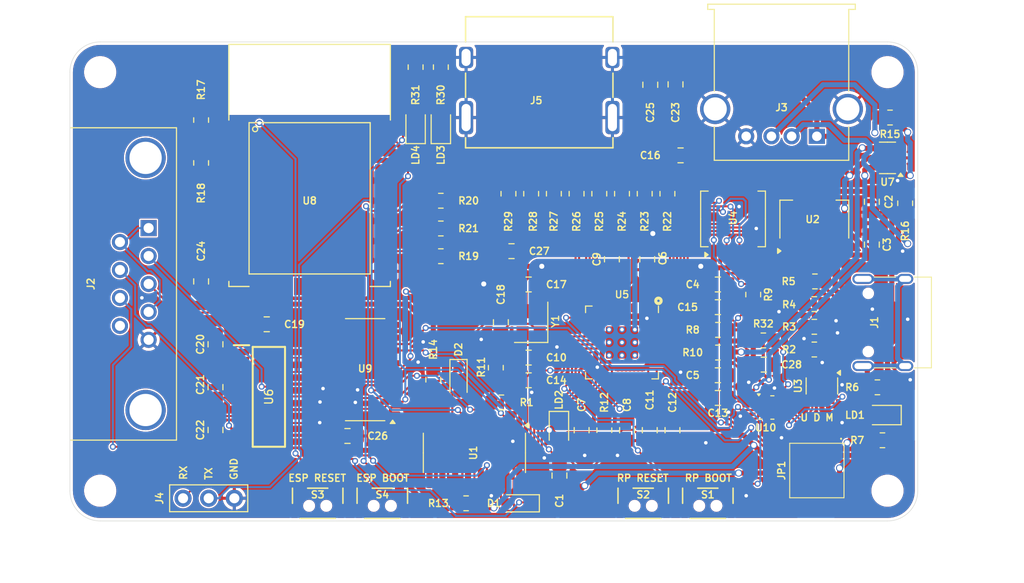
<source format=kicad_pcb>
(kicad_pcb (version 20241229) (generator "pcbnew") (generator_version "9.0")
  (title_block (title "${NAME}") (date "2025-04-21") (rev "${VERSION}") (company "Mikhail Matveev") (comment 1 "https://github.com/xtremespb/frank"))
  (layers (0 "F.Cu" signal) (2 "B.Cu" signal) (13 "F.Paste" user) (15 "B.Paste" user) (5 "F.SilkS" user "F.Silkscreen") (7 "B.SilkS" user "B.Silkscreen") (1 "F.Mask" user) (3 "B.Mask" user) (25 "Edge.Cuts" user))
  (property "NAME" "Protea")
  (property "VERSION" "2.06")
  (net 0 "")
  (net 1 "VBUS")
  (net 2 "GND")
  (net 3 "+3V3")
  (net 4 "Net-(U5-VREG_VOUT)")
  (net 5 "Net-(C17-Pad1)")
  (net 6 "/RP2040/XIN")
  (net 7 "/RS232_VBUS")
  (net 8 "/RS232/V+")
  (net 9 "/RS232/C1-")
  (net 10 "/RS232/C1+")
  (net 11 "/RS232/C2+")
  (net 12 "/RS232/C2-")
  (net 13 "/RS232/V-")
  (net 14 "/RS232_CTS")
  (net 15 "/RS232/CTS_MAX")
  (net 16 "/RS232/RX_MAX")
  (net 17 "/RS232_RX")
  (net 18 "Net-(J1-SHIELD)")
  (net 19 "/PW_D+")
  (net 21 "/PW_D-")
  (net 22 "Net-(J1-CC2)")
  (net 24 "Net-(J1-CC1)")
  (net 25 "Net-(J2-Pad1)")
  (net 26 "/RS232/TX_IN")
  (net 28 "/RS232/RX_IN")
  (net 29 "/RS232/RTS_IN")
  (net 30 "/RS232/CTS_IN")
  (net 31 "/RP_D-")
  (net 32 "/RP_D+")
  (net 33 "/ESP_TXD")
  (net 34 "/ESP_RXD")
  (net 35 "Net-(J5-D2P)")
  (net 36 "Net-(J5-D2N)")
  (net 38 "Net-(J5-CLKN)")
  (net 39 "Net-(J5-D1P)")
  (net 40 "Net-(J5-CLKP)")
  (net 41 "Net-(J5-D0N)")
  (net 44 "Net-(J5-D0P)")
  (net 46 "Net-(J5-D1N)")
  (net 48 "/GPIO14")
  (net 49 "/USBMPXSW")
  (net 50 "/SN74_S")
  (net 51 "Net-(LD1-A)")
  (net 52 "Net-(LD2-A)")
  (net 53 "Net-(LD3-A)")
  (net 54 "Net-(LD4-A)")
  (net 55 "Net-(J1-DN1)")
  (net 56 "/RP2040/QSPI_SS")
  (net 57 "Net-(J1-DP1)")
  (net 58 "Net-(R3-Pad1)")
  (net 59 "/RP2040/XOUT")
  (net 60 "/RP2040/GPIO25")
  (net 61 "Net-(R4-Pad1)")
  (net 62 "Net-(U5-USB_DP)")
  (net 63 "Net-(R9-Pad2)")
  (net 64 "Net-(U5-USB_DM)")
  (net 65 "/GPIO6")
  (net 66 "/GPIO7")
  (net 67 "/GPIO8")
  (net 68 "/GPIO9")
  (net 69 "/GPIO10")
  (net 70 "/GPIO11")
  (net 71 "/GPIO12")
  (net 72 "/GPIO13")
  (net 73 "/RUN")
  (net 74 "/GPIO17")
  (net 75 "/GPIO16")
  (net 76 "/GPIO18")
  (net 77 "/RS232_RTS")
  (net 78 "/RS232_TX")
  (net 79 "/GPIO19")
  (net 80 "/RP2040/QSPI_SD1")
  (net 81 "/RP2040/QSPI_SD2")
  (net 82 "/RP2040/QSPI_SD0")
  (net 83 "/RP2040/QSPI_SD3")
  (net 84 "/RP2040/QSPI_SCLK")
  (net 85 "/SWD")
  (net 86 "/GPIO29")
  (net 87 "/GPIO23")
  (net 88 "/GPIO22")
  (net 89 "/GPIO15")
  (net 90 "/GPIO0")
  (net 91 "/GPIO1")
  (net 92 "/GPIO20")
  (net 93 "/GPIO2")
  (net 94 "/GPIO5")
  (net 95 "/GPIO21")
  (net 96 "/GPIO3")
  (net 97 "/GPIO4")
  (net 98 "/GPIO26")
  (net 99 "/GPIO28")
  (net 100 "/GPIO24")
  (net 101 "/GPIO27")
  (net 102 "/SWCLK")
  (net 103 "/ESP_MISO")
  (net 104 "/ESP_GPIO10")
  (net 105 "/ESP_GPIO12")
  (net 106 "/ESP_GPIO13")
  (net 107 "/ESP_GPIO9")
  (net 108 "/ESP_ADC")
  (net 109 "/ESP_GPIO16")
  (net 110 "/ESP_GPIO4")
  (net 111 "/ESP_GPIO14")
  (net 112 "/ESP_CSO")
  (net 113 "/ESP_MOSI")
  (net 114 "/ESP_GPIO5")
  (net 115 "/ESP_SCLK")
  (net 116 "/UT_D-")
  (net 117 "/UT_D+")
  (net 118 "Net-(U9-3V)")
  (net 119 "Net-(J3-D-)")
  (net 120 "Net-(J3-D+)")
  (net 121 "Net-(R15-Pad1)")
  (net 122 "Net-(R16-Pad1)")
  (net 123 "Net-(U8-RESET)")
  (net 124 "Net-(U8-EN)")
  (net 125 "Net-(U8-IO15)")
  (net 126 "Net-(U8-IO0)")
  (net 127 "Net-(U8-IO2)")
  (footprint "FRANK:TACT-SIDE-4623" (layer "F.Cu") (at 168.7 101 180)
    (property "Reference" "S4")
    (property "Value" "Flash" (hide yes))
  )
  (footprint "FRANK:Resistor (0805)" (layer "F.Cu") (at 179.947 87.303 -90)
    (property "Reference" "R11")
    (property "Value" "1K" (hide yes))
  )
  (footprint "FRANK:SOIC-8" (layer "F.Cu") (at 203.447 72.553 90)
    (property "Reference" "U4")
    (property "Value" "W25Q128JVSIQ" (hide yes))
  )
  (footprint "FRANK:Capacitor (0805)" (layer "F.Cu") (at 197.447 93.5 -90)
    (property "Reference" "C12")
    (property "Value" "100n" (hide yes))
  )
  (footprint "FRANK:QFN 56" (layer "F.Cu") (at 192.447 84.803 -90)
    (property "Reference" "U5")
    (property "Value" "RP2040" (hide yes))
  )
  (footprint "FRANK:Resistor (0805)" (layer "F.Cu") (at 150.75 67 -90)
    (property "Reference" "R18")
    (property "Value" "10K" (hide yes))
  )
  (footprint "FRANK:TACT-SIDE-4623" (layer "F.Cu") (at 162.3 101 180)
    (property "Reference" "S3")
    (property "Value" "Reset" (hide yes))
  )
  (footprint "FRANK:Resistor (0805)" (layer "F.Cu") (at 205.447 80.053 -90)
    (property "Reference" "R9")
    (property "Value" "1K" (hide yes))
  )
  (footprint "FRANK:Pin Header (1x03)" (layer "F.Cu") (at 148.96 100.25 90)
    (property "Reference" "J4")
    (property "Value" "ESP8266 Prog" (hide yes))
  )
  (footprint "FRANK:Capacitor (0805)" (layer "F.Cu") (at 150.75 78.75 -90)
    (property "Reference" "C24")
    (property "Value" "1u" (hide yes))
  )
  (footprint "FRANK:Capacitor (0805)" (layer "F.Cu") (at 217.2 75.1 90)
    (property "Reference" "C3")
    (property "Value" "10u" (hide yes))
  )
  (footprint "FRANK:Capacitor (0805)" (layer "F.Cu") (at 198.25 66.25 180)
    (property "Reference" "C16")
    (property "Value" "100n" (hide yes))
  )
  (footprint "FRANK:Resistor (0805)" (layer "F.Cu") (at 174.5 76.25 180)
    (property "Reference" "R19")
    (property "Value" "10K" (hide yes))
  )
  (footprint "FRANK:Resistor (0805)" (layer "F.Cu") (at 183.447 70.053 -90)
    (property "Reference" "R28")
    (property "Value" "270R" (hide yes))
  )
  (footprint "FRANK:Capacitor (0805)" (layer "F.Cu") (at 157.25 83)
    (property "Reference" "C19")
    (property "Value" "1u" (hide yes))
  )
  (footprint "FRANK:Capacitor (0805)" (layer "F.Cu") (at 192.947 93.5 -90)
    (property "Reference" "C8")
    (property "Value" "100n" (hide yes))
  )
  (footprint "FRANK:Mounting Hole (2.7mm)" (layer "F.Cu") (at 218.75 58)
    (property "Reference" "H2" (hide yes))
    (property "Value" "MountingHole" (hide yes))
  )
  (footprint "FRANK:Diode (SOD-323)" (layer "F.Cu") (at 176.25 88.5 -90)
    (property "Reference" "D2")
    (property "Value" "1N4148" (hide yes))
  )
  (footprint "FRANK:LED (0805)" (layer "F.Cu") (at 172 63.225 90)
    (property "Reference" "LD4")
    (property "Value" "RX" (hide yes))
  )
  (footprint "FRANK:Capacitor (0805)" (layer "F.Cu") (at 217.2 70.85 -90)
    (property "Reference" "C2")
    (property "Value" "10u" (hide yes))
  )
  (footprint "FRANK:SOT-23-6" (layer "F.Cu") (at 218.75 66.5 180)
    (property "Reference" "U7")
    (property "Value" "USBLC6-2SC6" (hide yes))
  )
  (footprint "FRANK:Resistor (0805)" (layer "F.Cu") (at 173.75 88.5 90)
    (property "Reference" "R14")
    (property "Value" "1K" (hide yes))
  )
  (footprint "FRANK:LED (0805)" (layer "F.Cu") (at 218.25 92 180)
    (property "Reference" "LD1")
    (property "Value" "Power" (hide yes))
  )
  (footprint "FRANK:Resistor (0805)" (layer "F.Cu") (at 192.447 70.053 -90)
    (property "Reference" "R24")
    (property "Value" "270R" (hide yes))
  )
  (footprint "FRANK:HDMI (female)" (layer "F.Cu") (at 184.25 62.5 180)
    (property "Reference" "J5")
    (property "Value" "HDMI Female" (hide yes))
  )
  (footprint "FRANK:Mounting Hole (2.7mm)" (layer "F.Cu") (at 218.75 99.5)
    (property "Reference" "H3" (hide yes))
    (property "Value" "MountingHole" (hide yes))
  )
  (footprint "FRANK:Resistor (0805)" (layer "F.Cu") (at 190.197 70.053 -90)
    (property "Reference" "R25")
    (property "Value" "270R" (hide yes))
  )
  (footprint "FRANK:Resistor (0805)" (layer "F.Cu") (at 181.197 70.053 -90)
    (property "Reference" "R29")
    (property "Value" "270R" (hide yes))
  )
  (footprint "FRANK:Capacitor (0805)" (layer "F.Cu") (at 186.25 98 -90)
    (property "Reference" "C1")
    (property "Value" "100n" (hide yes))
  )
  (footprint "FRANK:Resistor (0805)" (layer "F.Cu") (at 218.25 94.5)
    (property "Reference" "R7")
    (property "Value" "1K" (hide yes))
  )
  (footprint "FRANK:Resistor (0805)" (layer "F.Cu") (at 211.56 78.75)
    (property "Reference" "R5")
    (property "Value" "5.1K" (hide yes))
  )
  (footprint "FRANK:Mounting Hole (2.7mm)" (layer "F.Cu") (at 140.75 58)
    (property "Reference" "H1" (hide yes))
    (property "Value" "MountingHole" (hide yes))
  )
  (footprint "FRANK:Resistor (0805)" (layer "F.Cu") (at 174.5 57.5 90)
    (property "Reference" "R30")
    (property "Value" "1.5K" (hide yes))
  )
  (footprint "FRANK:Crystal (3225)" (layer "F.Cu") (at 183.447 82.803 90)
    (property "Reference" "Y1")
    (property "Value" "12 MHz" (hide yes))
  )
  (footprint "FRANK:Capacitor (0805)" (layer "F.Cu") (at 152.174 84.9825 90)
    (property "Reference" "C20")
    (property "Value" "1u" (hide yes))
  )
  (footprint "FRANK:Resistor (0805)" (layer "F.Cu") (at 185.697 70.053 -90)
    (property "Reference" "R27")
    (property "Value" "270R" (hide yes))
  )
  (footprint "FRANK:Capacitor (0805)" (layer "F.Cu") (at 181.5 75.75)
    (property "Reference" "C27")
    (property "Value" "100n" (hide yes))
  )
  (footprint "FRANK:DS05127203BKSMTTR" (layer "F.Cu") (at 211.75 97.5 180)
    (property "Reference" "JP1")
    (property "Value" "Main Jumpers" (hide yes))
  )
  (footprint "FRANK:Resistor (0805)" (layer "F.Cu") (at 150.75 62.75 -90)
    (property "Reference" "R17")
    (property "Value" "10K" (hide yes))
  )
  (footprint "FRANK:Capacitor (0805)" (layer "F.Cu") (at 183.197 88.553 180)
    (property "Reference" "C14")
    (property "Value" "1u" (hide yes))
  )
  (footprint "FRANK:Resistor (0805)" (layer "F.Cu") (at 172 57.5 -90)
    (property "Reference" "R31")
    (property "Value" "1.5K" (hide yes))
  )
  (footprint "FRANK:Resistor (0805)" (layer "F.Cu") (at 201.947 83.553 180)
    (property "Reference" "R8")
    (property "Value" "27R" (hide yes))
  )
  (footprint "FRANK:Capacitor (0805)" (layer "F.Cu") (at 152.174 89.2325 90)
    (property "Reference" "C21")
    (property "Value" "1u" (hide yes))
  )
  (footprint "FRANK:Capacitor (0805)" (layer "F.Cu") (at 201.947 88.053)
    (property "Reference" "C5")
    (property "Value" "100n" (hide yes))
  )
  (footprint "FRANK:Diode (SOD-323)" (layer "F.Cu") (at 182.25 100.75 180)
    (property "Reference" "D1")
    (property "Value" "1N4148" (hide yes))
  )
  (footprint "FRANK:SOT-23-6" (layer "F.Cu") (at 212.25 89.1125 -90)
    (property "Reference" "U3")
    (property "Value" "USBLC6-2SC6" (hide yes))
  )
  (footprint "FRANK:Capacitor (0805)" (layer "F.Cu") (at 206.5 87 180)
    (property "Reference" "C28")
    (property "Value" "100n" (hide yes))
  )
  (footprint "FRANK:Resistor (0805)" (layer "F.Cu") (at 219 62.5 180)
    (property "Reference" "R15")
    (property "Value" "22R" (hide yes))
  )
  (footprint "FRANK:TACT-SIDE-4623" (layer "F.Cu") (at 200.95 101 180)
    (property "Reference" "S1")
    (property "Value" "Boot" (hide yes))
  )
  (footprint "FRANK:Resistor (0805)" (layer "F.Cu") (at 190.697 93.5 90)
    (property "Reference" "R12")
    (property "Value" "1K" (hide yes))
  )
  (footprint "FRANK:SOT-223" (layer "F.Cu") (at 211.5 72.6 90)
    (property "Reference" "U2")
    (property "Value" "NCP1117 3.3" (hide yes))
  )
  (footprint "FRANK:Resistor (0805)" (layer "F.Cu") (at 211.5 81)
    (property "Reference" "R4")
    (property "Value" "22R" (hide yes))
  )
  (footprint "FRANK:Resistor (0805)" (layer "F.Cu") (at 177 100.75)
    (property "Reference" "R13")
    (property "Value" "1K" (hide yes))
  )
  (footprint "FRANK:D-SUB (9 pin, male, top mount)" (layer "F.Cu") (at 145.55 73.46 -90)
    (property "Reference" "J2")
    (property "Value" "D-SUB 9 Male" (hide yes))
  )
  (footprint "FRANK:ESP8266 ESP-12E" (layer "F.Cu") (at 161.5 70.75)
    (property "Reference" "U8")
    (property "Value" "ESP8266-12E_ESP-12E" (hide yes))
  )
  (footprint "FRANK:Resistor (0805)" (layer "F.Cu") (at 211.5 83.25)
    (property "Reference" "R3")
    (property "Value" "22R" (hide yes))
  )
  (footprint "FRANK:Capacitor (0805)" (layer "F.Cu") (at 183.197 79.053)
    (property "Reference" "C17")
    (property "Value" "15p" (hide yes))
  )
  (footprint "FRANK:Resistor (0805)" (layer "F.Cu") (at 174.5 73.5 180)
    (property "Reference" "R21")
    (property "Value" "10K" (hide yes))
  )
  (footprint "FRANK:Resistor (0805)" (layer "F.Cu") (at 220.5 71 -90)
    (property "Reference" "R16")
    (property "Value" "22R" (hide yes))
  )
  (footprint "FRANK:Resistor (0805)" (layer "F.Cu") (at 180.5 90.75)
    (property "Reference" "R1")
    (property "Value" "10K" (hide yes))
  )
  (footprint "FRANK:Resistor (0805)" (layer "F.Cu") (at 201.947 85.803 180)
    (property "Reference" "R10")
    (property "Value" "27R" (hide yes))
  )
  (footprint "FRANK:Capacitor (0805)" (layer "F.Cu") (at 188.447 93.5 -90)
    (property "Reference" "C7")
    (property "Value" "100n" (hide yes))
  )
  (footprint "FRANK:Capacitor (0805)" (layer "F.Cu") (at 195.197 93.5 -90)
    (property "Reference" "C11")
    (property "Value" "100n" (hide yes))
  )
  (footprint "FRANK:USB Type A (single)" (layer "F.Cu") (at 211.75 64.36 180)
    (property "Reference" "J3")
    (property "Value" "676430910" (hide yes))
  )
  (footprint "FRANK:Resistor (0805)" (layer "F.Cu") (at 174.5 70.75 180)
    (property "Reference" "R20")
    (property "Value" "10K" (hide yes))
  )
  (footprint "FRANK:Capacitor (0805)" (layer "F.Cu") (at 165.25 94.075)
    (property "Reference" "C26")
    (property "Value" "100n" (hide yes))
  )
  (footprint "FRANK:UQFN-10" (layer "F.Cu") (at 206.75 91.25)
    (property "Reference" "U10")
    (property "Value" "TS3USB221RSER" (hide yes))
  )
  (footprint "FRANK:Mounting Hole (2.7mm)" (layer "F.Cu") (at 140.75 99.5)
    (property "Reference" "H4" (hide yes))
    (property "Value" "MountingHole" (hide yes))
  )
  (footprint "FRANK:Capacitor (0805)" (layer "F.Cu") (at 197.75 59.2125 -90)
    (property "Reference" "C23")
    (property "Value" "10u" (hide yes))
  )
  (footprint "FRANK:Capacitor (0805)" (layer "F.Cu") (at 152.174 93.4825 -90)
    (property "Reference" "C22")
    (property "Value" "1u" (hide yes))
  )
  (footprint "FRANK:LED (0805)" (layer "F.Cu") (at 186.197 93.5 -90)
    (property "Reference" "LD2")
    (property "Value" "BLUE" (hide yes))
  )
  (footprint "FRANK:USB Type C" (layer "F.Cu") (at 223.1 82.82 90)
    (property "Reference" "J1")
    (property "Value" "USB4215-03-A" (hide yes))
  )
  (footprint "FRANK:Capacitor (0805)" (layer "F.Cu") (at 201.947 81.303)
    (property "Reference" "C15")
    (property "Value" "1u" (hide yes))
  )
  (footprint "FRANK:Capacitor (0805)" (layer "F.Cu") (at 194.947 76.553 90)
    (property "Reference" "C6")
    (property "Value" "100n" (hide yes))
  )
  (footprint "FRANK:Resistor (0805)" (layer "F.Cu") (at 211.5 85.5)
    (property "Reference" "R2")
    (property "Value" "5.1K" (hide yes))
  )
  (footprint "FRANK:TACT-SIDE-4623" (layer "F.Cu") (at 194.55 101 180)
    (property "Reference" "S2")
    (property "Value" "Reset" (hide yes))
  )
  (footprint "FRANK:Capacitor (0805)" (layer "F.Cu") (at 191.447 76.553 90)
    (property "Reference" "C9")
    (property "Value" "100n" (hide yes))
  )
  (footprint "FRANK:SOP-16" (layer "F.Cu") (at 177.825 95.75 -90)
    (property "Reference" "U1")
    (property "Value" "SN74CBT3257CDR" (hide yes))
  )
  (footprint "FRANK:Capacitor (0805)" (layer "F.Cu") (at 183.197 86.303 180)
    (property "Reference" "C10")
    (property "Value" "100n" (hide yes))
  )
  (footprint "FRANK:Capacitor (0805)" (layer "F.Cu") (at 195.25 59.25 90)
    (property "Reference" "C25")
    (property "Value" "100n" (hide yes))
  )
  (footprint "FRANK:LED (0805)" (layer "F.Cu") (at 174.5 63.225 90)
    (property "Reference" "LD3")
    (property "Value" "TX" (hide yes))
  )
  (footprint "FRANK:Capacitor (0805)" (layer "F.Cu") (at 201.947 90.303)
    (property "Reference" "C13")
    (property "Value" "100n" (hide yes))
  )
  (footprint "FRANK:Resistor (0805)" (layer "F.Cu") (at 187.947 70.053 -90)
    (property "Reference" "R26")
    (property "Value" "270R" (hide yes))
  )
  (footprint "FRANK:SOIC127P600X175-16N" (layer "F.Cu") (at 157.462 90.195)
    (property "Reference" "U6")
    (property "Value" "MAX232CSE+" (hide yes))
  )
  (footprint "FRANK:Resistor (0805)" (layer "F.Cu") (at 206.45 84.6)
    (property "Reference" "R32")
    (property "Value" "10K" (hide yes))
  )
  (footprint "FRANK:Capacitor (0805)" (layer "F.Cu") (at 201.947 79.053)
    (property "Reference" "C4")
    (property "Value" "100n" (hide yes))
  )
  (footprint "FRANK:SOP-16" (layer "F.Cu") (at 167 87.5 180)
    (property "Reference" "U9")
    (property "Value" "CH340C" (hide yes))
  )
  (footprint "FRANK:Resistor (0805)" (layer "F.Cu") (at 196.947 70.053 -90)
    (property "Reference" "R22")
    (property "Value" "270R" (hide yes))
  )
  (footprint "FRANK:Resistor (0805)" (layer "F.Cu") (at 217.75 89.25)
    (property "Reference" "R6")
    (property "Value" "1M" (hide yes))
  )
  (footprint "FRANK:Capacitor (0805)" (layer "F.Cu") (at 180.447 82.803 90)
    (property "Reference" "C18")
    (property "Value" "15p" (hide yes))
  )
  (footprint "FRANK:Resistor (0805)" (layer "F.Cu") (at 194.697 70.053 -90)
    (property "Reference" "R23")
    (property "Value" "270R" (hide yes))
  )
  (gr_line (start 140.75 55) (end 218.75 55) (stroke (width 0.05)) (layer "Edge.Cuts"))
  (gr_arc (start 218.75 55) (mid 220.87132 55.87868) (end 221.75 58) (stroke (width 0.05)) (layer "Edge.Cuts"))
  (gr_arc (start 140.75 102.5) (mid 138.62868 101.62132) (end 137.75 99.5) (stroke (width 0.05)) (layer "Edge.Cuts"))
  (gr_arc (start 137.75 58) (mid 138.62868 55.87868) (end 140.75 55) (stroke (width 0.05)) (layer "Edge.Cuts"))
  (gr_line (start 221.75 99.5) (end 221.75 58) (stroke (width 0.05)) (layer "Edge.Cuts"))
  (gr_line (start 137.75 58) (end 137.75 99.5) (stroke (width 0.05)) (layer "Edge.Cuts"))
  (gr_line (start 140.75 102.5) (end 218.75 102.5) (stroke (width 0.05)) (layer "Edge.Cuts"))
  (gr_arc (start 221.75 99.5) (mid 220.87132 101.62132) (end 218.75 102.5) (stroke (width 0.05)) (layer "Edge.Cuts"))
  (gr_text "ESP BOOT" (at 168.75 98.25 0) (layer "F.SilkS") (effects (font (size 0.7 0.7) (thickness 0.14) (bold yes))))
  (gr_text "M" (at 213 92.25 0) (layer "F.SilkS") (effects (font (size 0.7 0.7) (thickness 0.14) (bold yes))))
  (gr_text "U" (at 210.5 92.25 0) (layer "F.SilkS") (effects (font (size 0.7 0.7) (thickness 0.14) (bold yes))))
  (gr_text "RP RESET" (at 194.5 98.25 0) (layer "F.SilkS") (effects (font (size 0.7 0.7) (thickness 0.14) (bold yes))))
  (gr_text "TX" (at 151.5 98.5 90) (layer "F.SilkS") (effects (font (size 0.7 0.7) (thickness 0.14) (bold yes)) (justify left)))
  (gr_text "ESP RESET" (at 162.25 98.25 0) (layer "F.SilkS") (effects (font (size 0.7 0.7) (thickness 0.14) (bold yes))))
  (gr_text "RX" (at 149 98.5 90) (layer "F.SilkS") (effects (font (size 0.7 0.7) (thickness 0.14) (bold yes)) (justify left)))
  (gr_text "GND" (at 154 98.5 90) (layer "F.SilkS") (effects (font (size 0.7 0.7) (thickness 0.14) (bold yes)) (justify left)))
  (gr_text "D" (at 211.75 92.25 0) (layer "F.SilkS") (effects (font (size 0.7 0.7) (thickness 0.14) (bold yes))))
  (gr_text "RP BOOT" (at 201 98.25 0) (layer "F.SilkS") (effects (font (size 0.7 0.7) (thickness 0.14) (bold yes))))
  (segment (start 194 60.2875) (end 195.25 60.2875) (width 0.5) (layer "F.Cu") (net 1))
  (segment (start 214.353232 80.37) (end 215.405 80.37) (width 0.5) (layer "F.Cu") (net 1))
  (segment (start 209.92 97.75) (end 204 97.75) (width 0.5) (layer "F.Cu") (net 1))
  (segment (start 212.86 64.36) (end 214.5 66) (width 0.5) (layer "F.Cu") (net 1))
  (segment (start 167.75 95.5) (end 165.4045 95.5) (width 0.5) (layer "F.Cu") (net 1))
  (segment (start 218.23 80.6574) (end 216.551 80.6574) (width 0.3) (layer "F.Cu") (net 1))
  (segment (start 186.25 99.0375) (end 183.058 99.0375) (width 0.5) (layer "F.Cu") (net 1))
  (segment (start 193.75 60.0375) (end 188.25 60.0375) (width 0.5) (layer "F.Cu") (net 1))
  (segment (start 216.263 80.37) (end 215.405 80.37) (width 0.3) (layer "F.Cu") (net 1))
  (segment (start 213.561 79.577768) (end 214.353232 80.37) (width 0.5) (layer "F.Cu") (net 1))
  (segment (start 215 68.25) (end 216.75 66.5) (width 0.5) (layer "F.Cu") (net 1))
  (segment (start 216.75 66.5) (end 217.612 66.5) (width 0.5) (layer "F.Cu") (net 1))
  (segment (start 211.75 64.36) (end 212.86 64.36) (width 0.5) (layer "F.Cu") (net 1))
  (segment (start 188.75 99) (end 185.801 101.949) (width 0.5) (layer "F.Cu") (net 1))
  (segment (start 209 59.25) (end 211.75 62) (width 0.5) (layer "F.Cu") (net 1))
  (segment (start 216.263 85.27) (end 216.549 84.984) (width 0.3) (layer "F.Cu") (net 1))
  (segment (start 215.309 91.691) (end 215.309 94.191) (width 0.5) (layer "F.Cu") (net 1))
  (segment (start 178.038 60.0375) (end 174.5 56.5) (width 0.5) (layer "F.Cu") (net 1))
  (segment (start 185.801 101.949) (end 174.199 101.949) (width 0.5) (layer "F.Cu") (net 1))
  (segment (start 215.309 88.809) (end 213.901 87.401) (width 0.5) (layer "F.Cu") (net 1))
  (segment (start 214 97.25) (end 214 99) (width 0.5) (layer "F.Cu") (net 1))
  (segment (start 215.309 91.691) (end 215.309 88.809) (width 0.5) (layer "F.Cu") (net 1))
  (segment (start 213.901 87.230112) (end 213.5 86.829112) (width 0.5) (layer "F.Cu") (net 1))
  (segment (start 164.212 92.2325) (end 164.5 91.945) (width 0.5) (layer "F.Cu") (net 1))
  (segment (start 183.058 99.0375) (end 182.27 98.25) (width 0.5) (layer "F.Cu") (net 1))
  (segment (start 213.8 75.75) (end 213.8 77.78442) (width 0.5) (layer "F.Cu") (net 1))
  (segment (start 214 99) (end 213 100) (width 0.5) (layer "F.Cu") (net 1))
  (segment (start 197.75 60.25) (end 199.25 60.25) (width 0.5) (layer "F.Cu") (net 1))
  (segment (start 188.25 63.26) (end 188.25 60.0375) (width 0.3) (layer "F.Cu") (net 1))
  (segment (start 212.5 91.75) (end 215.25 91.75) (width 0.5) (layer "F.Cu") (net 1))
  (segment (start 195.25 60.2875) (end 197.7125 60.2875) (width 0.5) (layer "F.Cu") (net 1))
  (segment (start 174.5 56.5) (end 172 56.5) (width 0.5) (layer "F.Cu") (net 1))
  (segment (start 199.25 60.25) (end 200.25 59.25) (width 0.5) (layer "F.Cu") (net 1))
  (segment (start 216.551 80.6574) (end 216.263 80.37) (width 0.3) (layer "F.Cu") (net 1))
  (segment (start 188.712 99.0375) (end 188.75 99) (width 0.5) (layer "F.Cu") (net 1))
  (segment (start 164.212 94.075) (end 164.212 92.2325) (width 0.5) (layer "F.Cu") (net 1))
  (segment (start 193.75 60.0375) (end 194 60.2875) (width 0.5) (layer "F.Cu") (net 1))
  (segment (start 188.25 60.0375) (end 178.038 60.0375) (width 0.5) (layer "F.Cu") (net 1))
  (segment (start 213.901 87.401) (end 213.901 87.230112) (width 0.5) (layer "F.Cu") (net 1))
  (segment (start 213.561 78.02342) (end 213.561 79.577768) (width 0.5) (layer "F.Cu") (net 1))
  (segment (start 213.5 86.829112) (end 213.5 86.123) (width 0.5) (layer "F.Cu") (net 1))
  (segment (start 215.405 85.27) (end 216.263 85.27) (width 0.3) (layer "F.Cu") (net 1))
  (segment (start 215.309 94.191) (end 214.75 94.75) (width 0.5) (layer "F.Cu") (net 1))
  (segment (start 214.5 66) (end 214.5 67.75) (width 0.5) (layer "F.Cu") (net 1))
  (segment (start 213 100) (end 213 101.29) (width 0.5) (layer "F.Cu") (net 1))
  (segment (start 213.02 100.85) (end 209.92 97.75) (width 0.5) (layer "F.Cu") (net 1))
  (segment (start 214.5 67.75) (end 215 68.25) (width 0.5) (layer "F.Cu") (net 1))
  (segment (start 165.4045 95.5) (end 164.212 94.3075) (width 0.5) (layer "F.Cu") (net 1))
  (segment (start 218.75 84.4958) (end 218.75 81.1773) (width 0.3) (layer "F.Cu") (net 1))
  (segment (start 213.02 101.31) (end 213.02 100.85) (width 0.5) (layer "F.Cu") (net 1))
  (segment (start 186.25 99.0375) (end 188.712 99.0375) (width 0.5) (layer "F.Cu") (net 1))
  (segment (start 217.2 76.1375) (end 214.188 76.1375) (width 0.5) (layer "F.Cu") (net 1))
  (segment (start 214.5 73.4375) (end 214.5 71.5) (width 0.5) (layer "F.Cu") (net 1))
  (segment (start 212.25 91.5) (end 212.5 91.75) (width 0.5) (layer "F.Cu") (net 1))
  (segment (start 211.75 62) (end 211.75 64.36) (width 0.5) (layer "F.Cu") (net 1))
  (segment (start 218.262 84.984) (end 218.75 84.4958) (width 0.3) (layer "F.Cu") (net 1))
  (segment (start 217.2 76.1375) (end 214.5 73.4375) (width 0.5) (layer "F.Cu") (net 1))
  (segment (start 214.353 85.27) (end 215.405 85.27) (width 0.5) (layer "F.Cu") (net 1))
  (segment (start 174.199 101.949) (end 167.75 95.5) (width 0.5) (layer "F.Cu") (net 1))
  (segment (start 213.5 86.123) (end 214.353 85.27) (width 0.5) (layer "F.Cu") (net 1))
  (segment (start 212.25 90.25) (end 212.25 91.5) (width 0.5) (layer "F.Cu") (net 1))
  (segment (start 218.75 81.1773) (end 218.23 80.6574) (width 0.3) (layer "F.Cu") (net 1))
  (segment (start 215.25 91.75) (end 215.309 91.691) (width 0.5) (layer "F.Cu") (net 1))
  (segment (start 213.8 77.78442) (end 213.561 78.02342) (width 0.5) (layer "F.Cu") (net 1))
  (segment (start 216.549 84.984) (end 218.262 84.984) (width 0.3) (layer "F.Cu") (net 1))
  (segment (start 200.25 59.25) (end 209 59.25) (width 0.5) (layer "F.Cu") (net 1))
  (via (at 214 97.25) (size 0.7) (drill 0.5) (layers "F.Cu" "B.Cu") (net 1))
  (via (at 204 97.75) (size 0.7) (drill 0.5) (layers "F.Cu" "B.Cu") (net 1))
  (via (at 214.75 94.75) (size 0.7) (drill 0.5) (layers "F.Cu" "B.Cu") (net 1))
  (via (at 188.75 99) (size 0.7) (drill 0.5) (layers "F.Cu" "B.Cu") (net 1))
  (via (at 214.5 71.5) (size 0.7) (drill 0.5) (layers "F.Cu" "B.Cu") (net 1))
  (via (at 215 68.25) (size 0.7) (drill 0.5) (layers "F.Cu" "B.Cu") (net 1))
  (segment (start 214.5 71.5) (end 214.5 68.75) (width 0.5) (layer "B.Cu") (net 1))
  (segment (start 190 97.75) (end 188.75 99) (width 0.5) (layer "B.Cu") (net 1))
  (segment (start 214.5 68.75) (end 215 68.25) (width 0.5) (layer "B.Cu") (net 1))
  (segment (start 214.75 94.75) (end 214.75 96.5) (width 0.5) (layer "B.Cu") (net 1))
  (segment (start 204 97.75) (end 190 97.75) (width 0.5) (layer "B.Cu") (net 1))
  (segment (start 214.75 96.5) (end 214 97.25) (width 0.5) (layer "B.Cu") (net 1))
  (segment (start 179.823 77.927) (end 178.75 79) (width 0.5) (layer "F.Cu") (net 2))
  (segment (start 184.297 81.703) (end 184.297 79.1155) (width 0.5) (layer "F.Cu") (net 2))
  (segment (start 186.197 92.553) (end 185.25 93.5) (width 0.5) (layer "F.Cu") (net 2))
  (segment (start 199.7875 57) (end 199.7877 57.0002) (width 0.2) (layer "F.Cu") (net 2))
  (segment (start 183.1085 77.927) (end 179.823 77.927) (width 0.5) (layer "F.Cu") (net 2))
  (segment (start 184.2345 79.053) (end 183.1085 77.927) (width 0.5) (layer "F.Cu") (net 2))
  (segment (start 189.0095 83.803) (end 190.897 83.803) (width 0.2) (layer "F.Cu") (net 2))
  (segment (start 190.897 83.803) (end 191.172 83.528) (width 0.2) (layer "F.Cu") (net 2))
  (via (at 166.25 89.5) (size 0.6) (drill 0.35) (layers "F.Cu" "B.Cu") (net 2))
  (via (at 217.25 81.5) (size 0.6) (drill 0.35) (layers "F.Cu" "B.Cu") (net 2))
  (via (at 192 96) (size 0.6) (drill 0.35) (layers "F.Cu" "B.Cu") (net 2))
  (via (at 207.54892 89.321488) (size 0.6) (drill 0.35) (layers "F.Cu" "B.Cu") (net 2))
  (via (at 178.75 79) (size 0.7) (drill 0.5) (layers "F.Cu" "B.Cu") (net 2))
  (via (at 181.630355 94.602868) (size 0.6) (drill 0.35) (layers "F.Cu" "B.Cu") (net 2))
  (via (at 162.526844 90.705507) (size 0.6) (drill 0.35) (layers "F.Cu" "B.Cu") (net 2))
  (via (at 166.028252 90.744702) (size 0.6) (drill 0.35) (layers "F.Cu" "B.Cu") (net 2))
  (via (at 204.75 100) (size 0.6) (drill 0.35) (layers "F.Cu" "B.Cu") (net 2))
  (via (at 184.75 96.25) (size 0.6) (drill 0.35) (layers "F.Cu" "B.Cu") (net 2))
  (via (at 210.478467 84.418904) (size 0.6) (drill 0.35) (layers "F.Cu" "B.Cu") (net 2))
  (via (at 178.5 84.5) (size 0.6) (drill 0.35) (layers "F.Cu" "B.Cu") (net 2))
  (via (at 144.88157 80.375922) (size 0.6) (drill 0.35) (layers "F.Cu" "B.Cu") (net 2))
  (via (at 162.5 92.75) (size 0.6) (drill 0.35) (layers "F.Cu" "B.Cu") (net 2))
  (via (at 221 88.5) (size 0.6) (drill 0.35) (layers "F.Cu" "B.Cu") (net 2))
  (via (at 179.5 100) (size 0.6) (drill 0.35) (layers "F.Cu" "B.Cu") (net 2))
  (via (at 220.25 75.75) (size 0.6) (drill 0.35) (layers "F.Cu" "B.Cu") (net 2))
  (via (at 212.283819 86.793065) (size 0.6) (drill 0.35) (layers "F.Cu" "B.Cu") (net 2))
  (via (at 172.75 84.75) (size 0.6) (drill 0.35) (layers "F.Cu" "B.Cu") (net 2))
  (via (at 213.796216 83.85) (size 0.6) (drill 0.35) (layers "F.Cu" "B.Cu") (net 2))
  (via (at 214.25 89) (size 0.6) (drill 0.35) (layers "F.Cu" "B.Cu") (net 2))
  (via (at 200.75 94.75) (size 0.6) (drill 0.35) (layers "F.Cu" "B.Cu") (net 2))
  (via (at 204.168504 92.109141) (size 0.6) (drill 0.35) (layers "F.Cu" "B.Cu") (net 2))
  (via (at 202.995648 91.714907) (size 0.6) (drill 0.35) (layers "F.Cu" "B.Cu") (net 2))
  (via (at 219.75 68.75) (size 0.6) (drill 0.35) (layers "F.Cu" "B.Cu") (net 2))
  (via (at 188.75 96) (size 0.6) (drill 0.35) (layers "F.Cu" "B.Cu") (net 2))
  (via (at 214.25 92.75) (size 0.6) (drill 0.35) (layers "F.Cu" "B.Cu") (net 2))
  (via (at 195.5 74) (size 0.7) (drill 0.5) (layers "F.Cu" "B.Cu") (net 2))
  (via (at 205 88.75) (size 0.6) (drill 0.35) (layers "F.Cu" "B.Cu") (net 2))
  (via (at 213.651541 82.65) (size 0.6) (drill 0.35) (layers "F.Cu" "B.Cu") (net 2))
  (via (at 205.75 73.5) (size 0.6) (drill 0.35) (layers "F.Cu" "B.Cu") (net 2))
  (via (at 172.25 86.75) (size 0.6) (drill 0.35) (layers "F.Cu" "B.Cu") (net 2))
  (via (at 162.827338 89.372882) (size 0.6) (drill 0.35) (layers "F.Cu" "B.Cu") (net 2))
  (via (at 208 81.75) (size 0.6) (drill 0.35) (layers "F.Cu" "B.Cu") (net 2))
  (via (at 208.25 94.25) (size 0.6) (drill 0.35) (layers "F.Cu" "B.Cu") (net 2))
  (via (at 185.25 93.5) (size 0.7) (drill 0.5) (layers "F.Cu" "B.Cu") (net 2))
  (via (at 204.047 71.3262) (size 0.6) (drill 0.35) (layers "F.Cu" "B.Cu") (net 2))
  (via (at 220.75 82.5) (size 0.6) (drill 0.35) (layers "F.Cu" "B.Cu") (net 2))
  (segment (start 193.722 83.528) (end 193.722 75.778) (width 0.5) (layer "B.Cu") (net 2))
  (segment (start 185.25 93.5) (end 185.8975 94.1475) (width 0.5) (layer "B.Cu") (net 2))
  (segment (start 193.722 75.778) (end 195.5 74) (width 0.5) (layer "B.Cu") (net 2))
  (segment (start 185.339564 96.25) (end 184.75 96.25) (width 0.5) (layer "B.Cu") (net 2))
  (segment (start 185.8975 95.692064) (end 185.339564 96.25) (width 0.5) (layer "B.Cu") (net 2))
  (segment (start 185.8975 94.1475) (end 185.8975 95.692064) (width 0.5) (layer "B.Cu") (net 2))
  (segment (start 203.5 94) (end 202.936 93.436) (width 0.5) (layer "F.Cu") (net 3))
  (segment (start 148.75 73.25) (end 148.75 66.75) (width 0.5) (layer "F.Cu") (net 3))
  (segment (start 219.300978 84.724254) (end 218.75 85.275232) (width 0.5) (layer "F.Cu") (net 3))
  (segment (start 218.75 87.5224) (end 221 89.7724) (width 0.5) (layer "F.Cu") (net 3))
  (segment (start 173.75 81.75) (end 172 81.75) (width 0.5) (layer "F.Cu") (net 3))
  (segment (start 205.734 77.404) (end 200.404 77.404) (width 0.5) (layer "F.Cu") (net 3))
  (segment (start 178.25 77.25) (end 182.199 77.25) (width 0.5) (layer "F.Cu") (net 3))
  (segment (start 219.300978 80.949016) (end 219.300978 84.724254) (width 0.5) (layer "F.Cu") (net 3))
  (segment (start 217.2 69.8125) (end 211.862 69.8125) (width 0.5) (layer "F.Cu") (net 3))
  (segment (start 148.75 66.75) (end 149.5 66) (width 0.5) (layer "F.Cu") (net 3))
  (segment (start 150.75 75.25) (end 148.75 73.25) (width 0.5) (layer "F.Cu") (net 3))
  (segment (start 175.5 73.5) (end 175.5 70.75) (width 0.5) (layer "F.Cu") (net 3))
  (segment (start 200.404 77.404) (end 200.25 77.25) (width 0.5) (layer "F.Cu") (net 3))
  (segment (start 178.75 100.75) (end 178 100.75) (width 0.5) (layer "F.Cu") (net 3))
  (segment (start 150.75 77.7125) (end 150.75 75.25) (width 0.5) (layer "F.Cu") (net 3))
  (segment (start 204.5 94) (end 203.5 94) (width 0.5) (layer "F.Cu") (net 3))
  (segment (start 205.396 84.654) (end 200.75 84.654) (width 0.5) (layer "F.Cu") (net 3))
  (segment (start 150 66) (end 150.75 66) (width 0.5) (layer "F.Cu") (net 3))
  (segment (start 217.2 69.8125) (end 219.176 71.7885) (width 0.5) (layer "F.Cu") (net 3))
  (segment (start 206.75 90.39) (end 206.75 89.25) (width 0.3) (layer "F.Cu") (net 3))
  (segment (start 172 81.75) (end 171.25 81) (width 0.5) (layer "F.Cu") (net 3))
  (segment (start 154 79.5) (end 154 77.75) (width 0.5) (layer "F.Cu") (net 3))
  (segment (start 148.75 64.75) (end 148.75 62.5) (width 0.5) (layer "F.Cu") (net 3))
  (segment (start 148.75 62.5) (end 149.5 61.75) (width 0.5) (layer "F.Cu") (net 3))
  (segment (start 171.25 81) (end 155.5 81) (width 0.5) (layer "F.Cu") (net 3))
  (segment (start 205.462 87.9625) (end 205.462 87) (width 0.3) (layer "F.Cu") (net 3))
  (segment (start 149.5 66) (end 150 66) (width 0.5) (layer "F.Cu") (net 3))
  (segment (start 205.45 84.6) (end 205.45 86.9875) (width 0.5) (layer "F.Cu") (net 3))
  (segment (start 202.049 66.701) (end 201.542 67.208) (width 0.5) (layer "F.Cu") (net 3))
  (segment (start 184.5 77.25) (end 182.199 77.25) (width 0.5) (layer "F.Cu") (net 3))
  (segment (start 150.75 77.7125) (end 153.962 77.7125) (width 0.5) (layer "F.Cu") (net 3))
  (segment (start 219.176 80.824062) (end 219.300978 80.949016) (width 0.5) (layer "F.Cu") (net 3))
  (segment (start 219.176 71.7885) (end 219.176 80.824062) (width 0.5) (layer "F.Cu") (net 3))
  (segment (start 179.953 73.5) (end 175.5 73.5) (width 0.5) (layer "F.Cu") (net 3))
  (segment (start 179.75 101.199) (end 179.199 101.199) (width 0.5) (layer "F.Cu") (net 3))
  (segment (start 182.199 77.25) (end 181.451 76.5016) (width 0.5) (layer "F.Cu") (net 3))
  (segment (start 181.451 74.9984) (end 179.953 73.5) (width 0.5) (layer "F.Cu") (net 3))
  (segment (start 205.5 95) (end 204.5 94) (width 0.5) (layer "F.Cu") (net 3))
  (segment (start 201.542 67.208) (end 200.584 66.25) (width 0.5) (layer "F.Cu") (net 3))
  (segment (start 220.75 94.5) (end 219.25 94.5) (width 0.5) (layer "F.Cu") (net 3))
  (segment (start 211.5 69.45) (end 208.751 66.701) (width 0.5) (layer "F.Cu") (net 3))
  (segment (start 221 89.7724) (end 221 94.25) (width 0.5) (layer "F.Cu") (net 3))
  (segment (start 201.542 67.208) (end 201.542 69.053) (width 0.5) (layer "F.Cu") (net 3))
  (segment (start 206.548 76.5904) (end 205.734 77.404) (width 0.5) (layer "F.Cu") (net 3))
  (segment (start 206.75 89.25) (end 205.462 87.9625) (width 0.3) (layer "F.Cu") (net 3))
  (segment (start 217.75 96) (end 206.5 96) (width 0.5) (layer "F.Cu") (net 3))
  (segment (start 202.936 93.436) (end 201.4365 93.436) (width 0.5) (layer "F.Cu") (net 3))
  (segment (start 221 94.25) (end 220.75 94.5) (width 0.5) (layer "F.Cu") (net 3))
  (segment (start 149.5 61.75) (end 150.75 61.75) (width 0.5) (layer "F.Cu") (net 3))
  (segment (start 219.25 94.5) (end 217.75 96) (width 0.5) (layer "F.Cu") (net 3))
  (segment (start 179.199 101.199) (end 178.75 100.75) (width 0.5) (layer "F.Cu") (net 3))
  (segment (start 218.75 85.275232) (end 218.75 87.5224) (width 0.5) (layer "F.Cu") (net 3))
  (segment (start 208.751 66.701) (end 202.049 66.701) (width 0.5) (layer "F.Cu") (net 3))
  (segment (start 206.5 96) (end 205.5 95) (width 0.5) (layer "F.Cu") (net 3))
  (segment (start 150 66) (end 148.75 64.75) (width 0.5) (layer "F.Cu") (net 3))
  (segment (start 181.451 76.5016) (end 181.451 74.9984) (width 0.5) (layer "F.Cu") (net 3))
  (segment (start 201.4365 93.436) (end 200.91 92.9095) (width 0.5) (layer "F.Cu") (net 3))
  (segment (start 211.5 75.75) (end 211.5 69.45) (width 0.5) (layer "F.Cu") (net 3))
  (segment (start 173.75 87.5) (end 173.75 81.75) (width 0.5) (layer "F.Cu") (net 3))
  (segment (start 206.548 74.402) (end 206.548 76.5904) (width 0.5) (layer "F.Cu") (net 3))
  (segment (start 200.91 92.9095) (end 200.91 90.303) (width 0.5) (layer "F.Cu") (net 3))
  (segment (start 173.75 81.75) (end 178.25 77.25) (width 0.5) (layer "F.Cu") (net 3))
  (segment (start 211.5 69.45) (end 206.548 74.402) (width 0.5) (layer "F.Cu") (net 3))
  (segment (start 155.5 81) (end 154 79.5) (width 0.5) (layer "F.Cu") (net 3))
  (segment (start 200.584 66.25) (end 199.288 66.25) (width 0.5) (layer "F.Cu") (net 3))
  (via (at 190.002044 87.254159) (size 0.6) (drill 0.35) (layers "F.Cu" "B.Cu") (net 3))
  (via (at 186 85.25) (size 0.6) (drill 0.35) (layers "F.Cu" "B.Cu") (net 3))
  (via (at 183.5 89.75) (size 0.6) (drill 0.35) (layers "F.Cu" "B.Cu") (net 3))
  (via (at 179.75 101.199) (size 0.7) (drill 0.5) (layers "F.Cu" "B.Cu") (net 3))
  (via (at 205.5 95) (size 0.7) (drill 0.5) (layers "F.Cu" "B.Cu") (net 3))
  (via (at 184.5 77.25) (size 0.7) (drill 0.5) (layers "F.Cu" "B.Cu") (net 3))
  (via (at 198.25 87.75) (size 0.6) (drill 0.35) (layers "F.Cu" "B.Cu") (net 3))
  (via (at 200.25 77.25) (size 0.7) (drill 0.5) (layers "F.Cu" "B.Cu") (net 3))
  (via (at 194.912572 82.406632) (size 0.6) (drill 0.35) (layers "F.Cu" "B.Cu") (net 3))
  (segment (start 203.401 97.099) (end 205.5 95) (width 0.5) (layer "B.Cu") (net 3))
  (segment (start 181.25 99.75) (end 181.25 98.25) (width 0.5) (layer "B.Cu") (net 3))
  (segment (start 179.75 101.199) (end 179.801 101.199) (width 0.5) (layer "B.Cu") (net 3))
  (segment (start 179.801 101.199) (end 181.25 99.75) (width 0.5) (layer "B.Cu") (net 3))
  (segment (start 182.401 97.099) (end 203.401 97.099) (width 0.5) (layer "B.Cu") (net 3))
  (segment (start 181.25 98.25) (end 182.401 97.099) (width 0.5) (layer "B.Cu") (net 3))
  (segment (start 195.8845 84.603) (end 197.143 84.603) (width 0.2) (layer "F.Cu") (net 4))
  (segment (start 198.472 86.603) (end 195.8845 86.603) (width 0.2) (layer "F.Cu") (net 4))
  (segment (start 187.847 85.403) (end 186.697 86.553) (width 0.2) (layer "F.Cu") (net 4))
  (segment (start 190.403 85.403) (end 189.0095 85.403) (width 0.2) (layer "F.Cu") (net 4))
  (segment (start 185.697 88.553) (end 184.2345 88.553) (width 0.2) (layer "F.Cu") (net 4))
  (segment (start 199.303 82.4434) (end 199.303 79.197) (width 0.2) (layer "F.Cu") (net 4))
  (segment (start 195.8845 86.603) (end 194.47 86.603) (width 0.2) (layer "F.Cu") (net 4))
  (segment (start 199.922 88.053) (end 198.472 86.603) (width 0.2) (layer "F.Cu") (net 4))
  (segment (start 197.143 84.603) (end 199.303 82.4434) (width 0.2) (layer "F.Cu") (net 4))
  (segment (start 194.363 84.6082) (end 194.368 84.603) (width 0.2) (layer "F.Cu") (net 4))
  (segment (start 200.9095 88.053) (end 199.922 88.053) (width 0.2) (layer "F.Cu") (net 4))
  (segment (start 199.303 79.197) (end 199.447 79.053) (width 0.2) (layer "F.Cu") (net 4))
  (segment (start 186.697 87.553) (end 185.697 88.553) (width 0.2) (layer "F.Cu") (net 4))
  (segment (start 194.47 86.603) (end 194.464 86.5964) (width 0.2) (layer "F.Cu") (net 4))
  (segment (start 199.447 79.053) (end 200.9095 79.053) (width 0.2) (layer "F.Cu") (net 4))
  (segment (start 189.0095 85.403) (end 187.847 85.403) (width 0.2) (layer "F.Cu") (net 4))
  (segment (start 186.697 86.553) (end 186.697 87.553) (width 0.2) (layer "F.Cu") (net 4))
  (segment (start 194.368 84.603) (end 195.8845 84.603) (width 0.2) (layer "F.Cu") (net 4))
  (segment (start 181.7453 81.703) (end 182.597 81.703) (width 0.2) (layer "F.Cu") (net 5))
  (segment (start 177.75 86.106) (end 177.75 84) (width 0.2) (layer "F.Cu") (net 5))
  (segment (start 177.75 84) (end 178.8231 82.9269) (width 0.2) (layer "F.Cu") (net 5))
  (segment (start 181.7453 82.0177) (end 181.7453 81.703) (width 0.2) (layer "F.Cu") (net 5))
  (segment (start 180.8361 82.9269) (end 181.7453 82.0177) (width 0.2) (layer "F.Cu") (net 5))
  (segment (start 182.16 79.053) (end 183 79.8935) (width 0.2) (layer "F.Cu") (net 5))
  (segment (start 178.8231 82.9269) (end 180.8361 82.9269) (width 0.2) (layer "F.Cu") (net 5))
  (segment (start 183 79.8935) (end 183 81.3) (width 0.2) (layer "F.Cu") (net 5))
  (segment (start 179.947 88.303) (end 177.75 86.106) (width 0.2) (layer "F.Cu") (net 5))
  (segment (start 180.447 83.8405) (end 181.336 82.952) (width 0.2) (layer "F.Cu") (net 6))
  (segment (start 183.346 82.952) (end 184.297 83.903) (width 0.2) (layer "F.Cu") (net 6))
  (segment (start 184.597 84.203) (end 189.0095 84.203) (width 0.2) (layer "F.Cu") (net 6))
  (segment (start 181.336 82.952) (end 183.346 82.952) (width 0.2) (layer "F.Cu") (net 6))
  (segment (start 160.174 85.75) (end 159.1598 85.75) (width 0.2) (layer "F.Cu") (net 7))
  (segment (start 159.1598 83.8723) (end 159.1598 85.75) (width 0.2) (layer "F.Cu") (net 7))
  (segment (start 158.2875 83) (end 159.1598 83.8723) (width 0.2) (layer "F.Cu") (net 7))
  (segment (start 154.75 87.02) (end 155.7642 87.02) (width 0.2) (layer "F.Cu") (net 8))
  (segment (start 155.7642 87.02) (end 155.7642 83.4483) (width 0.2) (layer "F.Cu") (net 8))
  (segment (start 152.174 86.02) (end 153.7358 87.5818) (width 0.2) (layer "F.Cu") (net 9))
  (segment (start 153.7358 87.5818) (end 153.7358 88.29) (width 0.2) (layer "F.Cu") (net 9))
  (segment (start 154.75 88.29) (end 153.7358 88.29) (width 0.2) (layer "F.Cu") (net 9))
  (segment (start 154.75 85.75) (end 153.7358 85.75) (width 0.2) (layer "F.Cu") (net 10))
  (segment (start 153.7358 85.5068) (end 153.7358 85.75) (width 0.2) (layer "F.Cu") (net 10))
  (segment (start 152.174 83.945) (end 153.7358 85.5068) (width 0.2) (layer "F.Cu") (net 10))
  (segment (start 153.539 89.56) (end 154.75 89.56) (width 0.2) (layer "F.Cu") (net 11))
  (segment (start 152.174 88.195) (end 153.539 89.56) (width 0.2) (layer "F.Cu") (net 11))
  (segment (start 154.75 90.83) (end 153.7358 90.83) (width 0.2) (layer "F.Cu") (net 12))
  (segment (start 152.174 90.27) (end 153.1758 90.27) (width 0.2) (layer "F.Cu") (net 12))
  (segment (start 153.1758 90.27) (end 153.7358 90.83) (width 0.2) (layer "F.Cu") (net 12))
  (segment (start 152.519 92.1) (end 154.75 92.1) (width 0.2) (layer "F.Cu") (net 13))
  (segment (start 181 100.75) (end 180.4477 100.1977) (width 0.2) (layer "F.Cu") (net 14))
  (segment (start 176.8527 100.1962) (end 176 100.1962) (width 0.2) (layer "F.Cu") (net 14))
  (segment (start 179.4209 96.3717) (end 178.703 96.3717) (width 0.2) (layer "F.Cu") (net 14))
  (segment (start 177.825 97.2497) (end 177.825 99.2239) (width 0.2) (layer "F.Cu") (net 14))
  (segment (start 177.825 99.2239) (end 176.8527 100.1962) (width 0.2) (layer "F.Cu") (net 14))
  (segment (start 178.703 96.3717) (end 177.825 97.2497) (width 0.2) (layer "F.Cu") (net 14))
  (segment (start 180.4477 100.1977) (end 180.4477 97.3985) (width 0.2) (layer "F.Cu") (net 14))
  (segment (start 174.65 98.8462) (end 176 100.1962) (width 0.2) (layer "F.Cu") (net 14))
  (segment (start 180.4477 97.3985) (end 179.4209 96.3717) (width 0.2) (layer "F.Cu") (net 14))
  (segment (start 163.673812 96.352) (end 161.961812 94.64) (width 0.2) (layer "F.Cu") (net 15))
  (segment (start 165.801 96.352) (end 163.673812 96.352) (width 0.2) (layer "F.Cu") (net 15))
  (segment (start 182.25 100.6588) (end 183.4088 100.6588) (width 0.2) (layer "F.Cu") (net 15))
  (segment (start 161.961812 94.64) (end 160.174 94.64) (width 0.2) (layer "F.Cu") (net 15))
  (segment (start 166 96.551) (end 165.801 96.352) (width 0.2) (layer "F.Cu") (net 15))
  (via (at 182.25 100.6588) (size 0.6) (drill 0.35) (layers "F.Cu" "B.Cu") (net 15))
  (via (at 166 96.551) (size 0.6) (drill 0.35) (layers "F.Cu" "B.Cu") (net 15))
  (segment (start 180.9088 102) (end 182.25 100.6588) (width 0.2) (layer "B.Cu") (net 15))
  (segment (start 166 96.551) (end 166 97.0103) (width 0.2) (layer "B.Cu") (net 15))
  (segment (start 168.4418 99.4521) (end 173.4521 99.4521) (width 0.2) (layer "B.Cu") (net 15))
  (segment (start 173.4521 99.4521) (end 176 102) (width 0.2) (layer "B.Cu") (net 15))
  (segment (start 176 102) (end 180.9088 102) (width 0.2) (layer "B.Cu") (net 15))
  (segment (start 166 97.0103) (end 168.4418 99.4521) (width 0.2) (layer "B.Cu") (net 15))
  (segment (start 168.479744 90.124) (end 170.411662 90.124) (width 0.2) (layer "F.Cu") (net 16))
  (segment (start 172.355 88.655) (end 172.3969 88.6131) (width 0.2) (layer "F.Cu") (net 16))
  (segment (start 170.411662 90.124) (end 171.880662 88.655) (width 0.2) (layer "F.Cu") (net 16))
  (segment (start 160.174 90.83) (end 161.4083 90.83) (width 0.2) (layer "F.Cu") (net 16))
  (segment (start 174.8869 88.6131) (end 176.25 87.25) (width 0.2) (layer "F.Cu") (net 16))
  (segment (start 161.4083 90.83) (end 162.1445 90.0938) (width 0.2) (layer "F.Cu") (net 16))
  (segment (start 166.3017 90.0938) (end 166.521458 90.313558) (width 0.2) (layer "F.Cu") (net 16))
  (segment (start 166.521458 90.313558) (end 168.290186 90.313558) (width 0.2) (layer "F.Cu") (net 16))
  (segment (start 162.1445 90.0938) (end 166.3017 90.0938) (width 0.2) (layer "F.Cu") (net 16))
  (segment (start 168.290186 90.313558) (end 168.479744 90.124) (width 0.2) (layer "F.Cu") (net 16))
  (segment (start 172.3969 88.6131) (end 174.8869 88.6131) (width 0.2) (layer "F.Cu") (net 16))
  (segment (start 171.880662 88.655) (end 172.355 88.655) (width 0.2) (layer "F.Cu") (net 16))
  (segment (start 176.25 89.75) (end 175.6358 89.75) (width 0.2) (layer "F.Cu") (net 17))
  (segment (start 175.6358 92.9658) (end 175.92 93.25) (width 0.2) (layer "F.Cu") (net 17))
  (segment (start 175.6358 89.75) (end 174 89.75) (width 0.2) (layer "F.Cu") (net 17))
  (segment (start 175.6358 89.75) (end 175.6358 92.9658) (width 0.2) (layer "F.Cu") (net 17))
  (segment (start 216.75 89.25) (end 216.75 87.57) (width 0.5) (layer "F.Cu") (net 18))
  (segment (start 216.75 87.57) (end 216.32 87.14) (width 0.5) (layer "F.Cu") (net 18))
  (segment (start 219.75 86.39) (end 219.75 79.25) (width 0.5) (layer "B.Cu") (net 18))
  (segment (start 220.5 87.14) (end 219.75 86.39) (width 0.5) (layer "B.Cu") (net 18))
  (segment (start 216.32 87.14) (end 220.5 87.14) (width 0.5) (layer "B.Cu") (net 18))
  (segment (start 219.75 79.25) (end 220.5 78.5) (width 0.5) (layer "B.Cu") (net 18))
  (segment (start 220.5 78.5) (end 216.32 78.5) (width 0.5) (layer "B.Cu") (net 18))
  (segment (start 211.111 94.576) (end 211.111 91.639) (width 0.2) (layer "F.Cu") (net 19))
  (segment (start 209.849 94.576) (end 211.111 94.576) (width 0.2) (layer "F.Cu") (net 19))
  (segment (start 208.045 91) (end 209.849 92.804) (width 0.2) (layer "F.Cu") (net 19))
  (segment (start 211.111 91.639) (end 211.3 91.45) (width 0.2) (layer "F.Cu") (net 19))
  (segment (start 207.3875 91) (end 208.045 91) (width 0.2) (layer "F.Cu") (net 19))
  (segment (start 209.849 92.804) (end 209.849 94.576) (width 0.2) (layer "F.Cu") (net 19))
  (segment (start 211.3 91.45) (end 211.3 90.25) (width 0.2) (layer "F.Cu") (net 19))
  (segment (start 214.2798 90.1749) (end 213.2751 90.1749) (width 0.2) (layer "F.Cu") (net 21))
  (segment (start 207.9267 91.5) (end 207.3875 91.5) (width 0.2) (layer "F.Cu") (net 21))
  (segment (start 209 93) (end 209 92.5733) (width 0.2) (layer "F.Cu") (net 21))
  (segment (start 209 92.5733) (end 207.9267 91.5) (width 0.2) (layer "F.Cu") (net 21))
  (via (at 209 93) (size 0.6) (drill 0.35) (layers "F.Cu" "B.Cu") (net 21))
  (via (at 214.2798 90.1749) (size 0.6) (drill 0.35) (layers "F.Cu" "B.Cu") (net 21))
  (segment (start 209 93) (end 210.5625 91.4375) (width 0.2) (layer "B.Cu") (net 21))
  (segment (start 210.5625 91.4375) (end 213.0172 91.4375) (width 0.2) (layer "B.Cu") (net 21))
  (segment (start 213.0172 91.4375) (end 214.2798 90.1749) (width 0.2) (layer "B.Cu") (net 21))
  (segment (start 215.405 81.07) (end 214.274 81.07) (width 0.3) (layer "F.Cu") (net 22))
  (segment (start 212.56 79.356) (end 212.56 79.089) (width 0.3) (layer "F.Cu") (net 22))
  (segment (start 214.274 81.07) (end 212.56 79.356) (width 0.3) (layer "F.Cu") (net 22))
  (segment (start 213.343768 85.5) (end 212.5 85.5) (width 0.3) (layer "F.Cu") (net 24))
  (segment (start 214.428 84.07) (end 214.124768 84.373232) (width 0.3) (layer "F.Cu") (net 24))
  (segment (start 214.124768 84.373232) (end 214.124768 84.719) (width 0.3) (layer "F.Cu") (net 24))
  (segment (start 214.124768 84.719) (end 213.343768 85.5) (width 0.3) (layer "F.Cu") (net 24))
  (segment (start 215.405 84.07) (end 214.428 84.07) (width 0.3) (layer "F.Cu") (net 24))
  (segment (start 146.6504 80.6696) (end 146.6504 78.613) (width 0.2) (layer "B.Cu") (net 25))
  (segment (start 143.3436 75.4786) (end 142.9117 75.0466) (width 0.2) (layer "B.Cu") (net 25))
  (segment (start 145.55 73.46) (end 144.4983 73.46) (width 0.2) (layer "B.Cu") (net 25))
  (segment (start 146.6504 78.613) (end 145.7763 77.7389) (width 0.2) (layer "B.Cu") (net 25))
  (segment (start 145.4695 77.7389) (end 143.3436 75.613) (width 0.2) (layer "B.Cu") (net 25))
  (segment (start 144.4983 73.46) (end 142.9117 75.0466) (width 0.2) (layer "B.Cu") (net 25))
  (segment (start 143.3436 75.613) (end 143.3436 75.4786) (width 0.2) (layer "B.Cu") (net 25))
  (segment (start 145.55 81.77) (end 146.6504 80.6696) (width 0.2) (layer "B.Cu") (net 25))
  (segment (start 145.7763 77.7389) (end 145.4695 77.7389) (width 0.2) (layer "B.Cu") (net 25))
  (segment (start 160.174 89.56) (end 159.1598 89.56) (width 0.2) (layer "F.Cu") (net 26))
  (segment (start 156.7435 89.1841) (end 158.7839 89.1841) (width 0.2) (layer "F.Cu") (net 26))
  (segment (start 158.7839 89.1841) (end 159.1598 89.56) (width 0.2) (layer "F.Cu") (net 26))
  (via (at 156.7435 89.1841) (size 0.6) (drill 0.35) (layers "F.Cu" "B.Cu") (net 26))
  (segment (start 156.7435 87.4235) (end 156.7435 89.1841) (width 0.2) (layer "B.Cu") (net 26))
  (segment (start 145.55 76.23) (end 156.7435 87.4235) (width 0.2) (layer "B.Cu") (net 26))
  (segment (start 157.25 82.4667) (end 157.25 86.3802) (width 0.2) (layer "F.Cu") (net 28))
  (segment (start 145.55 79) (end 148.3869 81.8369) (width 0.2) (layer "F.Cu") (net 28))
  (segment (start 148.3869 81.8369) (end 156.6202 81.8369) (width 0.2) (layer "F.Cu") (net 28))
  (segment (start 160.174 88.29) (end 159.1598 88.29) (width 0.2) (layer "F.Cu") (net 28))
  (segment (start 156.6202 81.8369) (end 157.25 82.4667) (width 0.2) (layer "F.Cu") (net 28))
  (segment (start 157.25 86.3802) (end 159.1598 88.29) (width 0.2) (layer "F.Cu") (net 28))
  (segment (start 153.7358 94.64) (end 153.7358 94.4958) (width 0.2) (layer "F.Cu") (net 29))
  (segment (start 145.8245 95.1467) (end 142.0053 95.1467) (width 0.2) (layer "F.Cu") (net 29))
  (segment (start 152.9079 93.6679) (end 147.3033 93.6679) (width 0.2) (layer "F.Cu") (net 29))
  (segment (start 153.7358 94.4958) (end 152.9079 93.6679) (width 0.2) (layer "F.Cu") (net 29))
  (segment (start 147.3033 93.6679) (end 145.8245 95.1467) (width 0.2) (layer "F.Cu") (net 29))
  (segment (start 154.75 94.64) (end 153.7358 94.64) (width 0.2) (layer "F.Cu") (net 29))
  (via (at 142.0053 95.1467) (size 0.6) (drill 0.35) (layers "F.Cu" "B.Cu") (net 29))
  (segment (start 143.8283 85.2152) (end 143.8283 81.5033) (width 0.2) (layer "B.Cu") (net 29))
  (segment (start 142.0053 87.0382) (end 143.8283 85.2152) (width 0.2) (layer "B.Cu") (net 29))
  (segment (start 143.8283 81.5033) (end 142.71 80.385) (width 0.2) (layer "B.Cu") (net 29))
  (segment (start 142.0053 95.1467) (end 142.0053 87.0382) (width 0.2) (layer "B.Cu") (net 29))
  (segment (start 153.7358 93.2638) (end 153.7358 93.37) (width 0.2) (layer "F.Cu") (net 30))
  (segment (start 153.5125 93.0405) (end 153.7358 93.2638) (width 0.2) (layer "F.Cu") (net 30))
  (segment (start 154.75 93.37) (end 153.7358 93.37) (width 0.2) (layer "F.Cu") (net 30))
  (via (at 153.5125 93.0405) (size 0.6) (drill 0.35) (layers "F.Cu" "B.Cu") (net 30))
  (segment (start 144.2153 79.1203) (end 144.2153 81.9951) (width 0.2) (layer "B.Cu") (net 30))
  (segment (start 145.3752 83.155) (end 145.7118 83.155) (width 0.2) (layer "B.Cu") (net 30))
  (segment (start 142.71 77.615) (end 144.2153 79.1203) (width 0.2) (layer "B.Cu") (net 30))
  (segment (start 145.7118 83.155) (end 153.5125 90.9557) (width 0.2) (layer "B.Cu") (net 30))
  (segment (start 144.2153 81.9951) (end 145.3752 83.155) (width 0.2) (layer "B.Cu") (net 30))
  (segment (start 153.5125 90.9557) (end 153.5125 93.0405) (width 0.2) (layer "B.Cu") (net 30))
  (segment (start 204.75 90.225) (end 204.75 89.75) (width 0.3) (layer "F.Cu") (net 31))
  (segment (start 204.25 89.25) (end 204.25 87) (width 0.3) (layer "F.Cu") (net 31))
  (segment (start 204.75 89.75) (end 204.25 89.25) (width 0.3) (layer "F.Cu") (net 31))
  (segment (start 206.112 91) (end 205.525 91) (width 0.25) (layer "F.Cu") (net 31))
  (segment (start 204.25 87) (end 203.053 85.803) (width 0.3) (layer "F.Cu") (net 31))
  (segment (start 217.612 65.55) (end 216.3 65.55) (width 0.5) (layer "F.Cu") (net 31))
  (segment (start 205.525 91) (end 204.75 90.225) (width 0.3) (layer "F.Cu") (net 31))
  (segment (start 216.3 65.55) (end 216.25 65.5) (width 0.5) (layer "F.Cu") (net 31))
  (segment (start 204.25 85.75) (end 203 85.75) (width 0.5) (layer "F.Cu") (net 31))
  (via (at 216.25 65.5) (size 0.7) (drill 0.5) (layers "F.Cu" "B.Cu") (net 31))
  (via (at 204.25 85.75) (size 0.7) (drill 0.5) (layers "F.Cu" "B.Cu") (net 31))
  (segment (start 215.75 66) (end 215.75 76.3251) (width 0.5) (layer "B.Cu") (net 31))
  (segment (start 215.038 77.0376) (end 207.288 84.7876) (width 0.5) (layer "B.Cu") (net 31))
  (segment (start 215.75 76.3251) (end 215.038 77.0376) (width 0.5) (layer "B.Cu") (net 31))
  (segment (start 206.325 85.75) (end 204.25 85.75) (width 0.5) (layer "B.Cu") (net 31))
  (segment (start 216.25 65.5) (end 215.75 66) (width 0.5) (layer "B.Cu") (net 31))
  (segment (start 207.288 84.7876) (end 206.325 85.75) (width 0.5) (layer "B.Cu") (net 31))
  (segment (start 205.25 90.0872) (end 205.663 90.5) (width 0.3) (layer "F.Cu") (net 32))
  (segment (start 205.663 90.5) (end 206.112 90.5) (width 0.3) (layer "F.Cu") (net 32))
  (segment (start 206.444 83.8097) (end 206.444 87.9439) (width 0.3) (layer "F.Cu") (net 32))
  (segment (start 205.75 89.25) (end 205.25 89.75) (width 0.3) (layer "F.Cu") (net 32))
  (segment (start 216.5 68.2486) (end 216.5 67.6707) (width 0.5) (layer "F.Cu") (net 32))
  (segment (start 216.5 67.6707) (end 216.721 67.45) (width 0.5) (layer "F.Cu") (net 32))
  (segment (start 206.444 87.9439) (end 207 88.5) (width 0.3) (layer "F.Cu") (net 32))
  (segment (start 216.721 67.45) (end 217.612 67.45) (width 0.5) (layer "F.Cu") (net 32))
  (segment (start 202.947 83.553) (end 206.187 83.553) (width 0.3) (layer "F.Cu") (net 32))
  (segment (start 206.187 83.553) (end 206.444 83.8097) (width 0.3) (layer "F.Cu") (net 32))
  (segment (start 205.25 89.75) (end 205.25 90.0872) (width 0.3) (layer "F.Cu") (net 32))
  (via (at 205.75 89.25) (size 0.6) (drill 0.35) (layers "F.Cu" "B.Cu") (net 32))
  (via (at 207 88.5) (size 0.6) (drill 0.35) (layers "F.Cu" "B.Cu") (net 32))
  (via (at 216.5 68.2486) (size 0.7) (drill 0.5) (layers "F.Cu" "B.Cu") (net 32))
  (segment (start 216.5 76.4958) (end 207 85.9958) (width 0.5) (layer "B.Cu") (net 32))
  (segment (start 216.5 68.2486) (end 216.5 76.4958) (width 0.5) (layer "B.Cu") (net 32))
  (segment (start 207 88.5) (end 206.5 88.5) (width 0.3) (layer "B.Cu") (net 32))
  (segment (start 206.5 88.5) (end 205.75 89.25) (width 0.3) (layer "B.Cu") (net 32))
  (segment (start 207 85.9958) (end 207 88.5) (width 0.5) (layer "B.Cu") (net 32))
  (segment (start 169 63.75) (end 170.2517 63.75) (width 0.2) (layer "F.Cu") (net 33))
  (segment (start 170.7517 64.25) (end 170.2517 63.75) (width 0.2) (layer "F.Cu") (net 33))
  (segment (start 172 64.25) (end 170.7517 64.25) (width 0.2) (layer "F.Cu") (net 33))
  (segment (start 167.5925 89.5533) (end 169.3517 89.5533) (width 0.2) (layer "F.Cu") (net 33))
  (segment (start 170.7517 64.25) (end 170.7517 64.6443) (width 0.2) (layer "F.Cu") (net 33))
  (segment (start 177.19 92.4977) (end 176.1875 91.4952) (width 0.2) (layer "F.Cu") (net 33))
  (segment (start 170.7517 64.6443) (end 170.6495 64.7465) (width 0.2) (layer "F.Cu") (net 33))
  (via (at 176.1875 91.4952) (size 0.6) (drill 0.35) (layers "F.Cu" "B.Cu") (net 33))
  (via (at 170.6495 64.7465) (size 0.6) (drill 0.35) (layers "F.Cu" "B.Cu") (net 33))
  (via (at 167.5925 89.5533) (size 0.6) (drill 0.35) (layers "F.Cu" "B.Cu") (net 33))
  (segment (start 167.5925 89.5533) (end 167.6405 89.5053) (width 0.2) (layer "B.Cu") (net 33))
  (segment (start 169.6304 91.4952) (end 167.6405 89.5053) (width 0.2) (layer "B.Cu") (net 33))
  (segment (start 152.6017 100.1122) (end 153.5656 99.1483) (width 0.2) (layer "B.Cu") (net 33))
  (segment (start 160.6527 95.572968) (end 160.4527 95.372968) (width 0.2) (layer "B.Cu") (net 33))
  (segment (start 167.6405 67.7555) (end 170.6495 64.7465) (width 0.2) (layer "B.Cu") (net 33))
  (segment (start 167.6405 89.5053) (end 167.6405 70.6975) (width 0.2) (layer "B.Cu") (net 33))
  (segment (start 157.5586 99.1483) (end 160.6527 96.0542) (width 0.2) (layer "B.Cu") (net 33))
  (segment (start 160.4527 95.372968) (end 160.4527 77.1193) (width 0.2) (layer "B.Cu") (net 33))
  (segment (start 160.4527 77.1193) (end 166.8745 70.6975) (width 0.2) (layer "B.Cu") (net 33))
  (segment (start 153.5656 99.1483) (end 157.5586 99.1483) (width 0.2) (layer "B.Cu") (net 33))
  (segment (start 176.1875 91.4952) (end 169.6304 91.4952) (width 0.2) (layer "B.Cu") (net 33))
  (segment (start 151.5 100.25) (end 152.6017 100.25) (width 0.2) (layer "B.Cu") (net 33))
  (segment (start 152.6017 100.25) (end 152.6017 100.1122) (width 0.2) (layer "B.Cu") (net 33))
  (segment (start 166.8745 70.6975) (end 167.6405 70.6975) (width 0.2) (layer "B.Cu") (net 33))
  (segment (start 160.6527 96.0542) (end 160.6527 95.572968) (width 0.2) (layer "B.Cu") (net 33))
  (segment (start 167.6405 70.6975) (end 167.6405 67.7555) (width 0.2) (layer "B.Cu") (net 33))
  (segment (start 168.7949 91.3801) (end 169.5 90.675) (width 0.2) (layer "F.Cu") (net 34))
  (segment (start 148.96 100.25) (end 153.5948 95.6152) (width 0.2) (layer "F.Cu") (net 34))
  (segment (start 171.246 65.75) (end 169 65.75) (width 0.2) (layer "F.Cu") (net 34))
  (segment (start 180.4448 91.795) (end 181 92.3502) (width 0.2) (layer "F.Cu") (net 34))
  (segment (start 153.5948 95.6152) (end 156.4102 95.6152) (width 0.2) (layer "F.Cu") (net 34))
  (segment (start 162.3954 91.3801) (end 168.7949 91.3801) (width 0.2) (layer "F.Cu") (net 34))
  (segment (start 173 65.75) (end 171.246 65.75) (width 0.2) (layer "F.Cu") (net 34))
  (segment (start 169.5 90.675) (end 170.7488 90.675) (width 0.2) (layer "F.Cu") (net 34))
  (segment (start 159.2321 92.7933) (end 160.9822 92.7933) (width 0.2) (layer "F.Cu") (net 34))
  (segment (start 160.9822 92.7933) (end 162.3954 91.3801) (width 0.2) (layer "F.Cu") (net 34))
  (segment (start 171.246 65.75) (end 171.246 68.315) (width 0.2) (layer "F.Cu") (net 34))
  (segment (start 174.5 64.25) (end 173 65.75) (width 0.2) (layer "F.Cu") (net 34))
  (segment (start 170.7488 90.675) (end 170.9811 90.4427) (width 0.2) (layer "F.Cu") (net 34))
  (segment (start 156.4102 95.6152) (end 159.2321 92.7933) (width 0.2) (layer "F.Cu") (net 34))
  (via (at 171.246 68.315) (size 0.6) (drill 0.35) (layers "F.Cu" "B.Cu") (net 34))
  (via (at 180.4448 91.795) (size 0.6) (drill 0.35) (layers "F.Cu" "B.Cu") (net 34))
  (via (at 170.9811 90.4427) (size 0.6) (drill 0.35) (layers "F.Cu" "B.Cu") (net 34))
  (segment (start 176.1528 87.503) (end 180.4448 91.795) (width 0.2) (layer "B.Cu") (net 34))
  (segment (start 170.9811 87.503) (end 170.9811 90.4427) (width 0.2) (layer "B.Cu") (net 34))
  (segment (start 171.246 68.315) (end 170.4421 69.1189) (width 0.2) (layer "B.Cu") (net 34))
  (segment (start 170.4421 69.1189) (end 170.4421 86.964) (width 0.2) (layer "B.Cu") (net 34))
  (segment (start 170.9811 87.503) (end 176.1528 87.503) (width 0.2) (layer "B.Cu") (net 34))
  (segment (start 170.4421 86.964) (end 170.9811 87.503) (width 0.2) (layer "B.Cu") (net 34))
  (segment (start 181.197 67.197) (end 181.197 69.053) (width 0.3) (layer "F.Cu") (net 35))
  (segment (start 179.75 63.26) (end 179.75 65.75) (width 0.3) (layer "F.Cu") (net 35))
  (segment (start 179.75 65.75) (end 181.197 67.197) (width 0.3) (layer "F.Cu") (net 35))
  (segment (start 180.75 63.26) (end 180.75 65.11219) (width 0.3) (layer "F.Cu") (net 36))
  (segment (start 180.75 65.11219) (end 183.447 67.80919) (width 0.3) (layer "F.Cu") (net 36))
  (segment (start 183.447 67.80919) (end 183.447 69.053) (width 0.3) (layer "F.Cu") (net 36))
  (segment (start 189.49159 67.098) (end 191.76762 67.098) (width 0.3) (layer "F.Cu") (net 38))
  (segment (start 188.74159 66.348) (end 189.49159 67.098) (width 0.3) (layer "F.Cu") (net 38))
  (segment (start 193.98281 67.701) (end 194.43381 68.152) (width 0.3) (layer "F.Cu") (net 38))
  (segment (start 194.43381 68.152) (end 196.046 68.152) (width 0.3) (layer "F.Cu") (net 38))
  (segment (start 185.81267 66.348) (end 188.74159 66.348) (width 0.3) (layer "F.Cu") (net 38))
  (segment (start 192.37062 67.701) (end 193.98281 67.701) (width 0.3) (layer "F.Cu") (net 38))
  (segment (start 185.25 63.26) (end 185.25 65.78533) (width 0.3) (layer "F.Cu") (net 38))
  (segment (start 185.25 65.78533) (end 185.81267 66.348) (width 0.3) (layer "F.Cu") (net 38))
  (segment (start 191.76762 67.098) (end 192.37062 67.701) (width 0.3) (layer "F.Cu") (net 38))
  (segment (start 196.046 68.152) (end 196.947 69.053) (width 0.3) (layer "F.Cu") (net 38))
  (segment (start 181.25 63.26) (end 181.25 64.97438) (width 0.3) (layer "F.Cu") (net 39))
  (segment (start 181.25 64.97438) (end 185.32862 69.053) (width 0.3) (layer "F.Cu") (net 39))
  (segment (start 191.58081 67.549) (end 192.18381 68.152) (width 0.3) (layer "F.Cu") (net 40))
  (segment (start 193.796 68.152) (end 194.697 69.053) (width 0.3) (layer "F.Cu") (net 40))
  (segment (start 184.25 63.26) (end 184.25 65.42314) (width 0.3) (layer "F.Cu") (net 40))
  (segment (start 184.25 65.42314) (end 185.62586 66.799) (width 0.3) (layer "F.Cu") (net 40))
  (segment (start 185.62586 66.799) (end 188.55478 66.799) (width 0.3) (layer "F.Cu") (net 40))
  (segment (start 188.55478 66.799) (end 189.30478 67.549) (width 0.3) (layer "F.Cu") (net 40))
  (segment (start 192.18381 68.152) (end 193.796 68.152) (width 0.3) (layer "F.Cu") (net 40))
  (segment (start 189.30478 67.549) (end 191.58081 67.549) (width 0.3) (layer "F.Cu") (net 40))
  (segment (start 185.43905 67.25) (end 188.36797 67.25) (width 0.3) (layer "F.Cu") (net 41))
  (segment (start 189.11797 68) (end 191.394 68) (width 0.3) (layer "F.Cu") (net 41))
  (segment (start 191.394 68) (end 192.447 69.053) (width 0.3) (layer "F.Cu") (net 41))
  (segment (start 183.75 63.26) (end 183.75 65.56095) (width 0.3) (layer "F.Cu") (net 41))
  (segment (start 183.75 65.56095) (end 185.43905 67.25) (width 0.3) (layer "F.Cu") (net 41))
  (segment (start 188.36797 67.25) (end 189.11797 68) (width 0.3) (layer "F.Cu") (net 41))
  (segment (start 189.53316 69.053) (end 190.197 69.053) (width 0.3) (layer "F.Cu") (net 44))
  (segment (start 188.18116 67.701) (end 189.53316 69.053) (width 0.3) (layer "F.Cu") (net 44))
  (segment (start 185.25224 67.701) (end 188.18116 67.701) (width 0.3) (layer "F.Cu") (net 44))
  (segment (start 182.75 63.26) (end 182.75 65.19876) (width 0.3) (layer "F.Cu") (net 44))
  (segment (start 182.75 65.19876) (end 185.25224 67.701) (width 0.3) (layer "F.Cu") (net 44))
  (segment (start 187.652 68.152) (end 187.947 68.447) (width 0.3) (layer "F.Cu") (net 46))
  (segment (start 182.25 63.26) (end 182.25 65.33657) (width 0.3) (layer "F.Cu") (net 46))
  (segment (start 185.06543 68.152) (end 187.652 68.152) (width 0.3) (layer "F.Cu") (net 46))
  (segment (start 187.947 68.447) (end 187.947 69.053) (width 0.3) (layer "F.Cu") (net 46))
  (segment (start 182.25 65.33657) (end 185.06543 68.152) (width 0.3) (layer "F.Cu") (net 46))
  (segment (start 211.75 95.148) (end 211.75 93.69) (width 0.2) (layer "F.Cu") (net 48))
  (segment (start 205.014768 92.6945) (end 205.471232 92.6945) (width 0.2) (layer "F.Cu") (net 48))
  (segment (start 203.143521 92.935) (end 203.70752 93.499) (width 0.2) (layer "F.Cu") (net 48))
  (segment (start 188.154 83.003) (end 187.697 82.5458) (width 0.2) (layer "F.Cu") (net 48))
  (segment (start 206.994331 95.148) (end 211.75 95.148) (width 0.2) (layer "F.Cu") (net 48))
  (segment (start 202.25 92.735) (end 202.7829 92.735) (width 0.2) (layer "F.Cu") (net 48))
  (segment (start 187.697 82.5458) (end 187.495 82.3438) (width 0.2) (layer "F.Cu") (net 48))
  (segment (start 187.495 82.3438) (end 186.906 82.3438) (width 0.2) (layer "F.Cu") (net 48))
  (segment (start 205.471232 92.6945) (end 205.794 93.017268) (width 0.2) (layer "F.Cu") (net 48))
  (segment (start 203.70752 93.499) (end 204.210268 93.499) (width 0.2) (layer "F.Cu") (net 48))
  (segment (start 205.794 93.947669) (end 206.994331 95.148) (width 0.2) (layer "F.Cu") (net 48))
  (segment (start 204.210268 93.499) (end 205.014768 92.6945) (width 0.2) (layer "F.Cu") (net 48))
  (segment (start 205.794 93.017268) (end 205.794 93.947669) (width 0.2) (layer "F.Cu") (net 48))
  (segment (start 202.7829 92.735) (end 202.9829 92.935) (width 0.2) (layer "F.Cu") (net 48))
  (segment (start 202.9829 92.935) (end 203.143521 92.935) (width 0.2) (layer "F.Cu") (net 48))
  (segment (start 189.0095 83.003) (end 188.154 83.003) (width 0.2) (layer "F.Cu") (net 48))
  (via (at 202.25 92.735) (size 0.6) (drill 0.35) (layers "F.Cu" "B.Cu") (net 48))
  (via (at 186.906 82.3438) (size 0.6) (drill 0.35) (layers "F.Cu" "B.Cu") (net 48))
  (segment (start 186.906 82.656) (end 186.906 82.3438) (width 0.2) (layer "B.Cu") (net 48))
  (segment (start 197.6953 88.560124) (end 197.6953 88.277279) (width 0.2) (layer "B.Cu") (net 48))
  (segment (start 196.56702 87.149) (end 191.399 87.149) (width 0.2) (layer "B.Cu") (net 48))
  (segment (start 191.399 87.149) (end 186.906 82.656) (width 0.2) (layer "B.Cu") (net 48))
  (segment (start 197.6953 88.277279) (end 196.56702 87.149) (width 0.2) (layer "B.Cu") (net 48))
  (segment (start 202.25 92.735) (end 201.870176 92.735) (width 0.2) (layer "B.Cu") (net 48))
  (segment (start 201.870176 92.735) (end 197.6953 88.560124) (width 0.2) (layer "B.Cu") (net 48))
  (segment (start 210.48 93.69) (end 210.48 92.8033) (width 0.2) (layer "F.Cu") (net 49))
  (segment (start 208.413 85.563) (end 208.413 85.748) (width 0.2) (layer "F.Cu") (net 49))
  (segment (start 208.9072 88.9445) (end 208.1453 89.7064) (width 0.2) (layer "F.Cu") (net 49))
  (segment (start 207.45 84.6) (end 208.413 85.563) (width 0.2) (layer "F.Cu") (net 49))
  (segment (start 210.4486 92.8033) (end 210.48 92.8033) (width 0.2) (layer "F.Cu") (net 49))
  (segment (start 208.1453 89.7064) (end 208.1453 90.5) (width 0.2) (layer "F.Cu") (net 49))
  (segment (start 207.3875 90.5) (end 208.1453 90.5) (width 0.2) (layer "F.Cu") (net 49))
  (segment (start 208.1453 90.5) (end 210.4486 92.8033) (width 0.2) (layer "F.Cu") (net 49))
  (via (at 208.413 85.748) (size 0.6) (drill 0.35) (layers "F.Cu" "B.Cu") (net 49))
  (via (at 208.9072 88.9445) (size 0.6) (drill 0.35) (layers "F.Cu" "B.Cu") (net 49))
  (segment (start 208.413 88.4503) (end 208.9072 88.9445) (width 0.2) (layer "B.Cu") (net 49))
  (segment (start 208.413 85.748) (end 208.413 88.4503) (width 0.2) (layer "B.Cu") (net 49))
  (segment (start 182.9997 89.2503) (end 182.9997 88.2034) (width 0.2) (layer "F.Cu") (net 50))
  (segment (start 205.243 93.893057) (end 206.848943 95.499) (width 0.2) (layer "F.Cu") (net 50))
  (segment (start 212.0977 95.499) (end 213.02 94.5767) (width 0.2) (layer "F.Cu") (net 50))
  (segment (start 194.0644 91.3798) (end 196.7933 88.6509) (width 0.2) (layer "F.Cu") (net 50))
  (segment (start 182.27 93.25) (end 182.27 91.52) (width 0.2) (layer "F.Cu") (net 50))
  (segment (start 182.9997 88.2034) (end 183.6278 87.5753) (width 0.2) (layer "F.Cu") (net 50))
  (segment (start 183.6278 87.5753) (end 185.3243 87.5753) (width 0.2) (layer "F.Cu") (net 50))
  (segment (start 181.5 90.75) (end 182.9997 89.2503) (width 0.2) (layer "F.Cu") (net 50))
  (segment (start 205.243 93.2455) (end 205.243 93.893057) (width 0.2) (layer "F.Cu") (net 50))
  (segment (start 213.02 94.5767) (end 213.02 93.69) (width 0.2) (layer "F.Cu") (net 50))
  (segment (start 185.3243 87.5753) (end 185.3288 87.5798) (width 0.2) (layer "F.Cu") (net 50))
  (segment (start 206.848943 95.499) (end 212.0977 95.499) (width 0.2) (layer "F.Cu") (net 50))
  (segment (start 182.27 91.52) (end 181.5 90.75) (width 0.2) (layer "F.Cu") (net 50))
  (segment (start 192.2127 91.3798) (end 194.0644 91.3798) (width 0.2) (layer "F.Cu") (net 50))
  (via (at 205.243 93.2455) (size 0.6) (drill 0.35) (layers "F.Cu" "B.Cu") (net 50))
  (via (at 185.3288 87.5798) (size 0.6) (drill 0.35) (layers "F.Cu" "B.Cu") (net 50))
  (via (at 196.7933 88.6509) (size 0.6) (drill 0.35) (layers "F.Cu" "B.Cu") (net 50))
  (via (at 192.2127 91.3798) (size 0.6) (drill 0.35) (layers "F.Cu" "B.Cu") (net 50))
  (segment (start 203.9885 94.5) (end 205.243 93.2455) (width 0.2) (layer "B.Cu") (net 50))
  (segment (start 185.3288 87.5798) (end 188.4127 87.5798) (width 0.2) (layer "B.Cu") (net 50))
  (segment (start 188.4127 87.5798) (end 192.2127 91.3798) (width 0.2) (layer "B.Cu") (net 50))
  (segment (start 202.6424 94.5) (end 203.9885 94.5) (width 0.2) (layer "B.Cu") (net 50))
  (segment (start 196.7933 88.6509) (end 202.6424 94.5) (width 0.2) (layer "B.Cu") (net 50))
  (segment (start 217.25 94.5) (end 217.25 92.025) (width 0.5) (layer "F.Cu") (net 51))
  (segment (start 186.197 94.525) (end 187.0345 93.6875) (width 0.2) (layer "F.Cu") (net 52))
  (segment (start 187.0345 93.6875) (end 189.8845 93.6875) (width 0.2) (layer "F.Cu") (net 52))
  (segment (start 189.8845 93.6875) (end 190.697 94.5) (width 0.2) (layer "F.Cu") (net 52))
  (segment (start 174.5 62.2) (end 174.5 58.5) (width 0.2) (layer "F.Cu") (net 53))
  (segment (start 172 58.5) (end 172 62.2) (width 0.2) (layer "F.Cu") (net 54))
  (segment (start 214.25 83) (end 214.25 83.44) (width 0.3) (layer "F.Cu") (net 55))
  (segment (start 214.43 82.57) (end 214.25 82.75) (width 0.3) (layer "F.Cu") (net 55))
  (segment (start 214.38 83.57) (end 215.405 83.57) (width 0.3) (layer "F.Cu") (net 55))
  (segment (start 214 83.25) (end 214.25 83) (width 0.3) (layer "F.Cu") (net 55))
  (segment (start 214.25 82.75) (end 214.25 83) (width 0.3) (layer "F.Cu") (net 55))
  (segment (start 212.5 83.25) (end 214 83.25) (width 0.3) (layer "F.Cu") (net 55))
  (segment (start 214.25 83.44) (end 214.38 83.57) (width 0.3) (layer "F.Cu") (net 55))
  (segment (start 215.405 82.57) (end 214.43 82.57) (width 0.3) (layer "F.Cu") (net 55))
  (segment (start 196.547 82.203) (end 195.8845 82.203) (width 0.2) (layer "F.Cu") (net 56))
  (segment (start 200.798 70.952) (end 197.197 74.553) (width 0.2) (layer "F.Cu") (net 56))
  (segment (start 201.997 70.753) (end 201.798 70.952) (width 0.2) (layer "F.Cu") (net 56))
  (segment (start 197.197 74.553) (end 197.197 81.553) (width 0.2) (layer "F.Cu") (net 56))
  (segment (start 201.542 76.053) (end 201.542 74.648) (width 0.2) (layer "F.Cu") (net 56))
  (segment (start 204.25 79) (end 205.394 79) (width 0.2) (layer "F.Cu") (net 56))
  (segment (start 202.058 70.753) (end 201.997 70.753) (width 0.2) (layer "F.Cu") (net 56))
  (segment (start 197.197 81.553) (end 196.547 82.203) (width 0.2) (layer "F.Cu") (net 56))
  (segment (start 201.798 70.952) (end 200.798 70.952) (width 0.2) (layer "F.Cu") (net 56))
  (via (at 202.058 70.753) (size 0.6) (drill 0.35) (layers "F.Cu" "B.Cu") (net 56))
  (via (at 201.542 74.648) (size 0.6) (drill 0.35) (layers "F.Cu" "B.Cu") (net 56))
  (via (at 204.25 79) (size 0.6) (drill 0.35) (layers "F.Cu" "B.Cu") (net 56))
  (segment (start 201.542 74.648) (end 201.542 76.292) (width 0.2) (layer "B.Cu") (net 56))
  (segment (start 201.997 70.753) (end 201.542 71.208) (width 0.2) (layer "B.Cu") (net 56))
  (segment (start 201.542 71.208) (end 201.542 74.648) (width 0.2) (layer "B.Cu") (net 56))
  (segment (start 202.058 70.753) (end 201.997 70.753) (width 0.2) (layer "B.Cu") (net 56))
  (segment (start 201.542 76.292) (end 204.25 79) (width 0.2) (layer "B.Cu") (net 56))
  (segment (start 216.382 83.07) (end 216.431 83.021) (width 0.3) (layer "F.Cu") (net 57))
  (segment (start 216.43 82.07) (end 215.405 82.07) (width 0.3) (layer "F.Cu") (net 57))
  (segment (start 216.431 83.021) (end 216.431 82.071) (width 0.3) (layer "F.Cu") (net 57))
  (segment (start 215.405 83.07) (end 216.382 83.07) (width 0.3) (layer "F.Cu") (net 57))
  (segment (start 213.5 81) (end 214.57 82.07) (width 0.3) (layer "F.Cu") (net 57))
  (segment (start 212.5 81) (end 213.5 81) (width 0.3) (layer "F.Cu") (net 57))
  (segment (start 216.431 82.071) (end 216.43 82.07) (width 0.3) (layer "F.Cu") (net 57))
  (segment (start 214.57 82.07) (end 215.405 82.07) (width 0.3) (layer "F.Cu") (net 57))
  (segment (start 210.938 88.9885) (end 212.612 88.9885) (width 0.4) (layer "F.Cu") (net 58))
  (segment (start 209.25 87.3002) (end 210.938 88.9885) (width 0.4) (layer "F.Cu") (net 58))
  (segment (start 212.612 88.9885) (end 213.2 88.4002) (width 0.4) (layer "F.Cu") (net 58))
  (segment (start 209.25 84.5) (end 209.25 87.3002) (width 0.4) (layer "F.Cu") (net 58))
  (segment (start 210.5 83.25) (end 209.25 84.5) (width 0.4) (layer "F.Cu") (net 58))
  (segment (start 185.399 84.603) (end 184.949 85.053) (width 0.2) (layer "F.Cu") (net 59))
  (segment (start 189.0095 84.603) (end 185.399 84.603) (width 0.2) (layer "F.Cu") (net 59))
  (segment (start 184.949 85.053) (end 181.197 85.053) (width 0.2) (layer "F.Cu") (net 59))
  (segment (start 181.197 85.053) (end 179.947 86.303) (width 0.2) (layer "F.Cu") (net 59))
  (segment (start 190.697 92.078) (end 193.047 89.728) (width 0.2) (layer "F.Cu") (net 60))
  (segment (start 193.047 89.728) (end 193.047 88.2405) (width 0.2) (layer "F.Cu") (net 60))
  (segment (start 211.3 87.975) (end 211.451 87.824) (width 0.4) (layer "F.Cu") (net 61))
  (segment (start 211.451 81.951) (end 210.5 81) (width 0.4) (layer "F.Cu") (net 61))
  (segment (start 211.451 87.824) (end 211.451 81.951) (width 0.4) (layer "F.Cu") (net 61))
  (segment (start 197.951 85.803) (end 198.302 85.452) (width 0.2) (layer "F.Cu") (net 62))
  (segment (start 200.096 85.154) (end 200.096 83.904) (width 0.2) (layer "F.Cu") (net 62))
  (segment (start 198.302 85.452) (end 199.798 85.452) (width 0.2) (layer "F.Cu") (net 62))
  (segment (start 199.798 85.452) (end 200.096 85.154) (width 0.2) (layer "F.Cu") (net 62))
  (segment (start 200.096 83.904) (end 200.447 83.553) (width 0.2) (layer "F.Cu") (net 62))
  (segment (start 195.8845 85.803) (end 197.951 85.803) (width 0.2) (layer "F.Cu") (net 62))
  (segment (start 202.789 98.8093) (end 202.65 98.9483) (width 0.2) (layer "F.Cu") (net 63))
  (segment (start 205.8823 98.8093) (end 202.789 98.8093) (width 0.2) (layer "F.Cu") (net 63))
  (segment (start 202.65 99.6) (end 202.65 98.9483) (width 0.2) (layer "F.Cu") (net 63))
  (segment (start 205.2789 81.053) (end 203.9466 82.3853) (width 0.2) (layer "F.Cu") (net 63))
  (via (at 203.9466 82.3853) (size 0.6) (drill 0.35) (layers "F.Cu" "B.Cu") (net 63))
  (via (at 205.8823 98.8093) (size 0.6) (drill 0.35) (layers "F.Cu" "B.Cu") (net 63))
  (segment (start 203.5995 82.7324) (end 203.5995 90.0289) (width 0.2) (layer "B.Cu") (net 63))
  (segment (start 206.1554 98.5362) (end 205.8823 98.8093) (width 0.2) (layer "B.Cu") (net 63))
  (segment (start 203.5995 90.0289) (end 206.1554 92.5848) (width 0.2) (layer "B.Cu") (net 63))
  (segment (start 206.1554 92.5848) (end 206.1554 98.5362) (width 0.2) (layer "B.Cu") (net 63))
  (segment (start 203.9466 82.3853) (end 203.5995 82.7324) (width 0.2) (layer "B.Cu") (net 63))
  (segment (start 198.047 86.203) (end 198.447 85.803) (width 0.2) (layer "F.Cu") (net 64))
  (segment (start 198.447 85.803) (end 200.947 85.803) (width 0.2) (layer "F.Cu") (net 64))
  (segment (start 195.8845 86.203) (end 198.047 86.203) (width 0.2) (layer "F.Cu") (net 64))
  (segment (start 194.298 74.6366) (end 194.298 73.202) (width 0.2) (layer "F.Cu") (net 65))
  (segment (start 192.247 81.3655) (end 192.247 80.003) (width 0.2) (layer "F.Cu") (net 65))
  (segment (start 192.247 80.003) (end 193.447 78.803) (width 0.2) (layer "F.Cu") (net 65))
  (segment (start 193.447 78.803) (end 193.447 75.4876) (width 0.2) (layer "F.Cu") (net 65))
  (segment (start 194.298 73.202) (end 196.447 71.053) (width 0.2) (layer "F.Cu") (net 65))
  (segment (start 193.447 75.4876) (end 194.298 74.6366) (width 0.2) (layer "F.Cu") (net 65))
  (segment (start 191.847 81.3655) (end 191.847 79.903) (width 0.2) (layer "F.Cu") (net 66))
  (segment (start 194.697 72.3066) (end 194.697 71.053) (width 0.2) (layer "F.Cu") (net 66))
  (segment (start 193.947 73.0566) (end 194.697 72.3066) (width 0.2) (layer "F.Cu") (net 66))
  (segment (start 193.096 78.654) (end 193.096 75.3422) (width 0.2) (layer "F.Cu") (net 66))
  (segment (start 193.947 74.4912) (end 193.947 73.0566) (width 0.2) (layer "F.Cu") (net 66))
  (segment (start 193.096 75.3422) (end 193.947 74.4912) (width 0.2) (layer "F.Cu") (net 66))
  (segment (start 191.847 79.903) (end 193.096 78.654) (width 0.2) (layer "F.Cu") (net 66))
  (segment (start 191.047 81.3655) (end 191.047 79.903) (width 0.2) (layer "F.Cu") (net 67))
  (segment (start 191.047 79.903) (end 189.947 78.803) (width 0.2) (layer "F.Cu") (net 67))
  (segment (start 189.947 78.803) (end 189.947 74.303) (width 0.2) (layer "F.Cu") (net 67))
  (segment (start 189.947 74.303) (end 192.447 71.803) (width 0.2) (layer "F.Cu") (net 67))
  (segment (start 192.447 71.803) (end 192.447 71.053) (width 0.2) (layer "F.Cu") (net 67))
  (segment (start 189.596 72.904) (end 190.197 72.303) (width 0.2) (layer "F.Cu") (net 68))
  (segment (start 189.596 78.9484) (end 189.596 72.904) (width 0.2) (layer "F.Cu") (net 68))
  (segment (start 190.647 81.3655) (end 190.647 79.9994) (width 0.2) (layer "F.Cu") (net 68))
  (segment (start 190.647 79.9994) (end 189.596 78.9484) (width 0.2) (layer "F.Cu") (net 68))
  (segment (start 190.197 72.303) (end 190.197 71.053) (width 0.2) (layer "F.Cu") (net 68))
  (segment (start 190.247 80.0958) (end 189.245 79.0938) (width 0.2) (layer "F.Cu") (net 69))
  (segment (start 187.947 72.803) (end 187.947 71.053) (width 0.2) (layer "F.Cu") (net 69))
  (segment (start 190.247 81.3655) (end 190.247 80.0958) (width 0.2) (layer "F.Cu") (net 69))
  (segment (start 189.245 79.0938) (end 189.245 74.101) (width 0.2) (layer "F.Cu") (net 69))
  (segment (start 189.245 74.101) (end 187.947 72.803) (width 0.2) (layer "F.Cu") (net 69))
  (segment (start 188.894 79.2392) (end 188.894 74.2464) (width 0.2) (layer "F.Cu") (net 70))
  (segment (start 189.847 81.3655) (end 189.847 80.1922) (width 0.2) (layer "F.Cu") (net 70))
  (segment (start 189.847 80.1922) (end 188.894 79.2392) (width 0.2) (layer "F.Cu") (net 70))
  (segment (start 188.894 74.2464) (end 187.201 72.553) (width 0.2) (layer "F.Cu") (net 70))
  (segment (start 187.197 72.553) (end 185.697 71.053) (width 0.2) (layer "F.Cu") (net 70))
  (segment (start 187.201 72.553) (end 187.197 72.553) (width 0.2) (layer "F.Cu") (net 70))
  (segment (start 188.197 82.053) (end 188.197 75.053) (width 0.2) (layer "F.Cu") (net 71))
  (segment (start 184.697 73.303) (end 183.447 72.053) (width 0.2) (layer "F.Cu") (net 71))
  (segment (start 189.0095 82.203) (end 188.347 82.203) (width 0.2) (layer "F.Cu") (net 71))
  (segment (start 188.347 82.203) (end 188.197 82.053) (width 0.2) (layer "F.Cu") (net 71))
  (segment (start 183.447 72.053) (end 183.447 71.053) (width 0.2) (layer "F.Cu") (net 71))
  (segment (start 188.197 75.053) (end 186.447 73.303) (width 0.2) (layer "F.Cu") (net 71))
  (segment (start 186.447 73.303) (end 184.697 73.303) (width 0.2) (layer "F.Cu") (net 71))
  (segment (start 183.697 72.803) (end 183.697 72.7994) (width 0.2) (layer "F.Cu") (net 72))
  (segment (start 187.447 74.803) (end 187.447 74.7994) (width 0.2) (layer "F.Cu") (net 72))
  (segment (start 187.447 74.7994) (end 186.302 73.654) (width 0.2) (layer "F.Cu") (net 72))
  (segment (start 183.199 72.3012) (end 182.445 72.3012) (width 0.2) (layer "F.Cu") (net 72))
  (segment (start 187.846 75.202) (end 187.447 74.803) (width 0.2) (layer "F.Cu") (net 72))
  (segment (start 189.0095 82.603) (end 188.251 82.603) (width 0.2) (layer "F.Cu") (net 72))
  (segment (start 187.846 82.1984) (end 187.846 75.202) (width 0.2) (layer "F.Cu") (net 72))
  (segment (start 183.697 72.7994) (end 183.199 72.3012) (width 0.2) (layer "F.Cu") (net 72))
  (segment (start 186.302 73.654) (end 184.548 73.654) (width 0.2) (layer "F.Cu") (net 72))
  (segment (start 184.548 73.654) (end 183.697 72.803) (width 0.2) (layer "F.Cu") (net 72))
  (segment (start 182.445 72.3012) (end 181.197 71.053) (width 0.2) (layer "F.Cu") (net 72))
  (segment (start 188.251 82.603) (end 187.846 82.1984) (width 0.2) (layer "F.Cu") (net 72))
  (segment (start 187.495 87.2622) (end 188.154 86.603) (width 0.2) (layer "F.Cu") (net 73))
  (segment (start 187.495 88.505) (end 187.495 87.2622) (width 0.2) (layer "F.Cu") (net 73))
  (segment (start 196.25 97.741) (end 196.25 99.6) (width 0.2) (layer "F.Cu") (net 73))
  (segment (start 188.154 86.603) (end 189.0095 86.603) (width 0.2) (layer "F.Cu") (net 73))
  (segment (start 186.734058 89.265942) (end 187.495 88.505) (width 0.2) (layer "F.Cu") (net 73))
  (segment (start 186.734058 89.392124) (end 186.734058 89.265942) (width 0.2) (layer "F.Cu") (net 73))
  (segment (start 194.0168 95.5078) (end 196.25 97.741) (width 0.2) (layer "F.Cu") (net 73))
  (via (at 186.734058 89.392124) (size 0.6) (drill 0.35) (layers "F.Cu" "B.Cu") (net 73))
  (via (at 194.0168 95.5078) (size 0.6) (drill 0.35) (layers "F.Cu" "B.Cu") (net 73))
  (segment (start 193.5903 92.5) (end 193.5903 95.0813) (width 0.2) (layer "B.Cu") (net 73))
  (segment (start 193.5903 95.0813) (end 194.0168 95.5078) (width 0.2) (layer "B.Cu") (net 73))
  (segment (start 186.734058 89.392124) (end 186.892124 89.392124) (width 0.2) (layer "B.Cu") (net 73))
  (segment (start 186.892124 89.392124) (end 190 92.5) (width 0.2) (layer "B.Cu") (net 73))
  (segment (start 190 92.5) (end 193.5903 92.5) (width 0.2) (layer "B.Cu") (net 73))
  (segment (start 179.857064 95.3187) (end 175.7187 95.3187) (width 0.2) (layer "F.Cu") (net 74))
  (segment (start 187.652 89.748389) (end 187.049389 90.351) (width 0.2) (layer "F.Cu") (net 74))
  (segment (start 188.347 87.403) (end 188.197 87.553) (width 0.2) (layer "F.Cu") (net 74))
  (segment (start 188.197 87.553) (end 188.197 88.795776) (width 0.2) (layer "F.Cu") (net 74))
  (segment (start 180.086364 95.548) (end 179.857064 95.3187) (width 0.2) (layer "F.Cu") (net 74))
  (segment (start 189.0095 87.403) (end 188.347 87.403) (width 0.2) (layer "F.Cu") (net 74))
  (segment (start 183.202 95.548) (end 180.086364 95.548) (width 0.2) (layer "F.Cu") (net 74))
  (segment (start 187.652 89.340776) (end 187.652 89.748389) (width 0.2) (layer "F.Cu") (net 74))
  (segment (start 184.656222 90.351) (end 183.75 91.257222) (width 0.2) (layer "F.Cu") (net 74))
  (segment (start 183.75 91.257222) (end 183.75 95) (width 0.2) (layer "F.Cu") (net 74))
  (segment (start 183.75 95) (end 183.202 95.548) (width 0.2) (layer "F.Cu") (net 74))
  (segment (start 188.197 88.795776) (end 187.652 89.340776) (width 0.2) (layer "F.Cu") (net 74))
  (segment (start 175.7187 95.3187) (end 174.65 94.25) (width 0.2) (layer "F.Cu") (net 74))
  (segment (start 174.65 94.25) (end 174.65 93.25) (width 0.2) (layer "F.Cu") (net 74))
  (segment (start 187.049389 90.351) (end 184.656222 90.351) (width 0.2) (layer "F.Cu") (net 74))
  (segment (start 189.0095 87.003) (end 188.2506 87.003) (width 0.2) (layer "F.Cu") (net 75))
  (segment (start 180.002452 94.9677) (end 178.9677 94.9677) (width 0.2) (layer "F.Cu") (net 75))
  (segment (start 186.904 90) (end 184.510834 90) (width 0.2) (layer "F.Cu") (net 75))
  (segment (start 187.301 89.195388) (end 187.301 89.603) (width 0.2) (layer "F.Cu") (net 75))
  (segment (start 184.510834 90) (end 183.399 91.111834) (width 0.2) (layer "F.Cu") (net 75))
  (segment (start 178.9677 94.9677) (end 178.46 94.46) (width 0.2) (layer "F.Cu") (net 75))
  (segment (start 183.399 94.601) (end 182.803 95.197) (width 0.2) (layer "F.Cu") (net 75))
  (segment (start 188.2506 87.003) (end 187.846 87.4076) (width 0.2) (layer "F.Cu") (net 75))
  (segment (start 183.399 91.111834) (end 183.399 94.601) (width 0.2) (layer "F.Cu") (net 75))
  (segment (start 178.46 94.46) (end 178.46 93.25) (width 0.2) (layer "F.Cu") (net 75))
  (segment (start 187.846 88.650388) (end 187.301 89.195388) (width 0.2) (layer "F.Cu") (net 75))
  (segment (start 182.803 95.197) (end 180.231752 95.197) (width 0.2) (layer "F.Cu") (net 75))
  (segment (start 187.846 87.4076) (end 187.846 88.650388) (width 0.2) (layer "F.Cu") (net 75))
  (segment (start 180.231752 95.197) (end 180.002452 94.9677) (width 0.2) (layer "F.Cu") (net 75))
  (segment (start 187.301 89.603) (end 186.904 90) (width 0.2) (layer "F.Cu") (net 75))
  (segment (start 188.047631 90.702) (end 184.8016 90.702) (width 0.2) (layer "F.Cu") (net 76))
  (segment (start 189.847 88.902981) (end 188.047631 90.702) (width 0.2) (layer "F.Cu") (net 76))
  (segment (start 173.38 96.37) (end 173.38 98.25) (width 0.2) (layer "F.Cu") (net 76))
  (segment (start 179.940976 95.899) (end 179.711676 95.6697) (width 0.2) (layer "F.Cu") (net 76))
  (segment (start 183.3546 95.899) (end 179.940976 95.899) (width 0.2) (layer "F.Cu") (net 76))
  (segment (start 189.847 88.2405) (end 189.847 88.902981) (width 0.2) (layer "F.Cu") (net 76))
  (segment (start 184.149 91.3546) (end 184.149 95.1046) (width 0.2) (layer "F.Cu") (net 76))
  (segment (start 184.149 95.1046) (end 183.3546 95.899) (width 0.2) (layer "F.Cu") (net 76))
  (segment (start 174.0803 95.6697) (end 173.38 96.37) (width 0.2) (layer "F.Cu") (net 76))
  (segment (start 179.711676 95.6697) (end 174.0803 95.6697) (width 0.2) (layer "F.Cu") (net 76))
  (segment (start 184.8016 90.702) (end 184.149 91.3546) (width 0.2) (layer "F.Cu") (net 76))
  (segment (start 179.0619 96.9781) (end 179.0619 97.6481) (width 0.2) (layer "F.Cu") (net 77))
  (segment (start 166.620356 96.001) (end 163.8192 96.001) (width 0.2) (layer "F.Cu") (net 77))
  (segment (start 179.0619 97.6481) (end 178.46 98.25) (width 0.2) (layer "F.Cu") (net 77))
  (segment (start 167.78818 96.528131) (end 167.260049 96) (width 0.2) (layer "F.Cu") (net 77))
  (segment (start 166.621356 96) (end 166.620356 96.001) (width 0.2) (layer "F.Cu") (net 77))
  (segment (start 163.8192 96.001) (end 161.1882 93.37) (width 0.2) (layer "F.Cu") (net 77))
  (segment (start 161.1882 93.37) (end 160.174 93.37) (width 0.2) (layer "F.Cu") (net 77))
  (segment (start 167.260049 96) (end 166.621356 96) (width 0.2) (layer "F.Cu") (net 77))
  (via (at 167.78818 96.528131) (size 0.6) (drill 0.35) (layers "F.Cu" "B.Cu") (net 77))
  (via (at 179.0619 96.9781) (size 0.6) (drill 0.35) (layers "F.Cu" "B.Cu") (net 77))
  (segment (start 178.031 98.009) (end 179.0619 96.9781) (width 0.2) (layer "B.Cu") (net 77))
  (segment (start 167.78818 96.528131) (end 169.26905 98.009) (width 0.2) (layer "B.Cu") (net 77))
  (segment (start 169.26905 98.009) (end 178.031 98.009) (width 0.2) (layer "B.Cu") (net 77))
  (segment (start 177.3983 91.4571) (end 177.3983 91.457) (width 0.2) (layer "F.Cu") (net 78))
  (segment (start 159.3246 90.1511) (end 161.1867 90.1511) (width 0.2) (layer "F.Cu") (net 78))
  (segment (start 159.1598 92.1) (end 159.1598 90.3159) (width 0.2) (layer "F.Cu") (net 78))
  (segment (start 171.3333 88.1033) (end 172.1265 88.1033) (width 0.2) (layer "F.Cu") (net 78))
  (segment (start 178.2966 91.4571) (end 177.3983 91.4571) (width 0.2) (layer "F.Cu") (net 78))
  (segment (start 170.7493 88.6873) (end 171.3333 88.1033) (width 0.2) (layer "F.Cu") (net 78))
  (segment (start 161.1867 90.1511) (end 162.6505 88.6873) (width 0.2) (layer "F.Cu") (net 78))
  (segment (start 160.174 92.1) (end 159.1598 92.1) (width 0.2) (layer "F.Cu") (net 78))
  (segment (start 179.73 92.8905) (end 178.2966 91.4571) (width 0.2) (layer "F.Cu") (net 78))
  (segment (start 159.1598 90.3159) (end 159.3246 90.1511) (width 0.2) (layer "F.Cu") (net 78))
  (segment (start 162.6505 88.6873) (end 170.7493 88.6873) (width 0.2) (layer "F.Cu") (net 78))
  (via (at 177.3983 91.457) (size 0.6) (drill 0.35) (layers "F.Cu" "B.Cu") (net 78))
  (via (at 172.1265 88.1033) (size 0.6) (drill 0.35) (layers "F.Cu" "B.Cu") (net 78))
  (segment (start 175.947 90.0057) (end 177.3983 91.457) (width 0.2) (layer "B.Cu") (net 78))
  (segment (start 174.0426 88.1033) (end 175.945 90.0057) (width 0.2) (layer "B.Cu") (net 78))
  (segment (start 172.1265 88.1033) (end 174.0426 88.1033) (width 0.2) (layer "B.Cu") (net 78))
  (segment (start 175.945 90.0057) (end 175.947 90.0057) (width 0.2) (layer "B.Cu") (net 78))
  (segment (start 179.795588 96.25) (end 179.566288 96.0207) (width 0.2) (layer "F.Cu") (net 79))
  (segment (start 178.557612 96.0207) (end 177.19 97.388312) (width 0.2) (layer "F.Cu") (net 79))
  (segment (start 184.5 91.5) (end 184.5 95.25) (width 0.2) (layer "F.Cu") (net 79))
  (segment (start 179.566288 96.0207) (end 178.557612 96.0207) (width 0.2) (layer "F.Cu") (net 79))
  (segment (start 183.5 96.25) (end 179.795588 96.25) (width 0.2) (layer "F.Cu") (net 79))
  (segment (start 188.193 91.053) (end 184.947 91.053) (width 0.2) (layer "F.Cu") (net 79))
  (segment (start 190.247 88.9994) (end 188.193 91.053) (width 0.2) (layer "F.Cu") (net 79))
  (segment (start 184.5 95.25) (end 183.5 96.25) (width 0.2) (layer "F.Cu") (net 79))
  (segment (start 190.247 88.2405) (end 190.247 88.9994) (width 0.2) (layer "F.Cu") (net 79))
  (segment (start 184.947 91.053) (end 184.5 91.5) (width 0.2) (layer "F.Cu") (net 79))
  (segment (start 200.951 71.303) (end 197.548 74.7056) (width 0.2) (layer "F.Cu") (net 80))
  (segment (start 197.548 81.6984) (end 197.32 81.9262) (width 0.2) (layer "F.Cu") (net 80))
  (segment (start 203.169 71.303) (end 200.951 71.303) (width 0.2) (layer "F.Cu") (net 80))
  (segment (start 203.197 71.3309) (end 203.169 71.303) (width 0.2) (layer "F.Cu") (net 80))
  (segment (start 196.643 82.603) (end 196.0991 82.603) (width 0.2) (layer "F.Cu") (net 80))
  (segment (start 197.548 74.7056) (end 197.548 81.6984) (width 0.2) (layer "F.Cu") (net 80))
  (segment (start 197.32 81.9262) (end 196.643 82.603) (width 0.2) (layer "F.Cu") (net 80))
  (segment (start 202.812 76.053) (end 202.812 74.688) (width 0.2) (layer "F.Cu") (net 80))
  (via (at 203.197 71.3309) (size 0.6) (drill 0.35) (layers "F.Cu" "B.Cu") (net 80))
  (via (at 202.812 74.688) (size 0.6) (drill 0.35) (layers "F.Cu" "B.Cu") (net 80))
  (segment (start 203.197 71.3309) (end 203.447 71.581) (width 0.2) (layer "B.Cu") (net 80))
  (segment (start 203.447 71.581) (end 203.447 74.053) (width 0.2) (layer "B.Cu") (net 80))
  (segment (start 203.447 74.053) (end 202.812 74.688) (width 0.2) (layer "B.Cu") (net 80))
  (segment (start 196.747 83.003) (end 195.8845 83.003) (width 0.2) (layer "F.Cu") (net 81))
  (segment (start 197.899 74.851) (end 197.899 81.851) (width 0.2) (layer "F.Cu") (net 81))
  (segment (start 201.096 71.654) (end 197.899 74.851) (width 0.2) (layer "F.Cu") (net 81))
  (segment (start 202.048 71.654) (end 201.096 71.654) (width 0.2) (layer "F.Cu") (net 81))
  (segment (start 202.447 71.853) (end 202.247 71.853) (width 0.2) (layer "F.Cu") (net 81))
  (segment (start 197.899 81.851) (end 196.747 83.003) (width 0.2) (layer "F.Cu") (net 81))
  (segment (start 202.247 71.853) (end 202.048 71.654) (width 0.2) (layer "F.Cu") (net 81))
  (segment (start 204.082 76.053) (end 204.082 74.668) (width 0.2) (layer "F.Cu") (net 81))
  (via (at 204.082 74.668) (size 0.6) (drill 0.35) (layers "F.Cu" "B.Cu") (net 81))
  (via (at 202.447 71.853) (size 0.6) (drill 0.35) (layers "F.Cu" "B.Cu") (net 81))
  (segment (start 202.447 71.303) (end 203.197 70.553) (width 0.2) (layer "B.Cu") (net 81))
  (segment (start 204.447 70.553) (end 204.697 70.803) (width 0.2) (layer "B.Cu") (net 81))
  (segment (start 202.447 71.853) (end 202.447 71.303) (width 0.2) (layer "B.Cu") (net 81))
  (segment (start 203.197 70.553) (end 204.447 70.553) (width 0.2) (layer "B.Cu") (net 81))
  (segment (start 204.082 73.168) (end 204.082 74.668) (width 0.2) (layer "B.Cu") (net 81))
  (segment (start 204.697 70.803) (end 204.697 72.553) (width 0.2) (layer "B.Cu") (net 81))
  (segment (start 204.697 72.553) (end 204.082 73.168) (width 0.2) (layer "B.Cu") (net 81))
  (segment (start 198.25 82) (end 198.25 75) (width 0.2) (layer "F.Cu") (net 82))
  (segment (start 200.197 73.053) (end 204.197 73.053) (width 0.2) (layer "F.Cu") (net 82))
  (segment (start 195.8845 83.403) (end 196.847 83.403) (width 0.2) (layer "F.Cu") (net 82))
  (segment (start 204.197 73.053) (end 205.352 71.898) (width 0.2) (layer "F.Cu") (net 82))
  (segment (start 196.847 83.403) (end 198.25 82) (width 0.2) (layer "F.Cu") (net 82))
  (segment (start 198.25 75) (end 200.197 73.053) (width 0.2) (layer "F.Cu") (net 82))
  (segment (start 205.352 71.898) (end 205.352 69.053) (width 0.2) (layer "F.Cu") (net 82))
  (segment (start 197.047 84.203) (end 198.952 82.298) (width 0.2) (layer "F.Cu") (net 83))
  (segment (start 206.298 67.654) (end 205.846 67.202) (width 0.2) (layer "F.Cu") (net 83))
  (segment (start 204.488 73.755) (end 206.054 72.1888) (width 0.2) (layer "F.Cu") (net 83))
  (segment (start 206.298 70.2044) (end 206.298 67.654) (width 0.2) (layer "F.Cu") (net 83))
  (segment (start 205.846 67.202) (end 203.713 67.202) (width 0.2) (layer "F.Cu") (net 83))
  (segment (start 195.8845 84.203) (end 197.047 84.203) (width 0.2) (layer "F.Cu") (net 83))
  (segment (start 206.054 70.4484) (end 206.298 70.2044) (width 0.2) (layer "F.Cu") (net 83))
  (segment (start 198.952 82.298) (end 198.952 75.2908) (width 0.2) (layer "F.Cu") (net 83))
  (segment (start 203.713 67.202) (end 202.812 68.103) (width 0.2) (layer "F.Cu") (net 83))
  (segment (start 198.952 75.2908) (end 200.488 73.755) (width 0.2) (layer "F.Cu") (net 83))
  (segment (start 206.054 72.1888) (end 206.054 70.4484) (width 0.2) (layer "F.Cu") (net 83))
  (segment (start 202.812 68.103) (end 202.812 69.053) (width 0.2) (layer "F.Cu") (net 83))
  (segment (start 200.488 73.755) (end 204.488 73.755) (width 0.2) (layer "F.Cu") (net 83))
  (segment (start 205.703 72.0434) (end 205.703 70.303) (width 0.2) (layer "F.Cu") (net 84))
  (segment (start 205.947 70.059) (end 205.947 67.803) (width 0.2) (layer "F.Cu") (net 84))
  (segment (start 204.342 73.404) (end 205.57 72.1762) (width 0.2) (layer "F.Cu") (net 84))
  (segment (start 204.082 67.918) (end 204.082 69.053) (width 0.2) (layer "F.Cu") (net 84))
  (segment (start 205.57 72.1762) (end 205.703 72.0434) (width 0.2) (layer "F.Cu") (net 84))
  (segment (start 205.703 70.303) (end 205.947 70.059) (width 0.2) (layer "F.Cu") (net 84))
  (segment (start 198.601 82.149) (end 198.601 75.1454) (width 0.2) (layer "F.Cu") (net 84))
  (segment (start 195.8845 83.803) (end 196.947 83.803) (width 0.2) (layer "F.Cu") (net 84))
  (segment (start 205.697 67.553) (end 204.447 67.553) (width 0.2) (layer "F.Cu") (net 84))
  (segment (start 200.342 73.404) (end 204.342 73.404) (width 0.2) (layer "F.Cu") (net 84))
  (segment (start 205.947 67.803) (end 205.697 67.553) (width 0.2) (layer "F.Cu") (net 84))
  (segment (start 198.601 75.1454) (end 200.342 73.404) (width 0.2) (layer "F.Cu") (net 84))
  (segment (start 204.447 67.553) (end 204.082 67.918) (width 0.2) (layer "F.Cu") (net 84))
  (segment (start 196.947 83.803) (end 198.601 82.149) (width 0.2) (layer "F.Cu") (net 84))
  (segment (start 202.478232 92.184) (end 202.184 92.184) (width 0.2) (layer "F.Cu") (net 116))
  (segment (start 202.184 92.184) (end 201.947 91.947) (width 0.2) (layer "F.Cu") (net 116))
  (segment (start 193.5177 93.4625) (end 192.481 93.4625) (width 0.2) (layer "F.Cu") (net 116))
  (segment (start 201.947 89.7176) (end 201.5547 89.3253) (width 0.2) (layer "F.Cu") (net 116))
  (segment (start 185.9188 96.124) (end 185.1965 95.4017) (width 0.2) (layer "F.Cu") (net 116))
  (segment (start 196.7518 89.3253) (end 194.2193 91.8578) (width 0.2) (layer "F.Cu") (net 116))
  (segment (start 186.939448 96.124) (end 185.9188 96.124) (width 0.2) (layer "F.Cu") (net 116))
  (segment (start 206.1125 92) (end 205.769 92.3435) (width 0.2) (layer "F.Cu") (net 116))
  (segment (start 203.852908 93.148) (end 203.088908 92.384) (width 0.2) (layer "F.Cu") (net 116))
  (segment (start 204.869379 92.3435) (end 204.064878 93.148) (width 0.2) (layer "F.Cu") (net 116))
  (segment (start 172.996 85.8056) (end 172.7854 85.595) (width 0.2) (layer "F.Cu") (net 116))
  (segment (start 194.2193 92.7609) (end 193.5177 93.4625) (width 0.2) (layer "F.Cu") (net 116))
  (segment (start 201.947 91.947) (end 201.947 89.7176) (width 0.2) (layer "F.Cu") (net 116))
  (segment (start 172.7854 85.595) (end 169.5 85.595) (width 0.2) (layer "F.Cu") (net 116))
  (segment (start 192.481 93.4625) (end 191.797 94.1465) (width 0.2) (layer "F.Cu") (net 116))
  (segment (start 191.797 94.9151) (end 189.4621 97.25) (width 0.2) (layer "F.Cu") (net 116))
  (segment (start 205.769 92.3435) (end 204.869379 92.3435) (width 0.2) (layer "F.Cu") (net 116))
  (segment (start 194.2193 91.8578) (end 194.2193 92.7609) (width 0.2) (layer "F.Cu") (net 116))
  (segment (start 202.678232 92.384) (end 202.478232 92.184) (width 0.2) (layer "F.Cu") (net 116))
  (segment (start 203.088908 92.384) (end 202.678232 92.384) (width 0.2) (layer "F.Cu") (net 116))
  (segment (start 201.5547 89.3253) (end 196.7518 89.3253) (width 0.2) (layer "F.Cu") (net 116))
  (segment (start 188.065448 97.25) (end 186.939448 96.124) (width 0.2) (layer "F.Cu") (net 116))
  (segment (start 189.4621 97.25) (end 188.065448 97.25) (width 0.2) (layer "F.Cu") (net 116))
  (segment (start 204.064878 93.148) (end 203.852908 93.148) (width 0.2) (layer "F.Cu") (net 116))
  (segment (start 191.797 94.1465) (end 191.797 94.9151) (width 0.2) (layer "F.Cu") (net 116))
  (via (at 172.996 85.8056) (size 0.6) (drill 0.35) (layers "F.Cu" "B.Cu") (net 116))
  (via (at 185.1965 95.4017) (size 0.6) (drill 0.35) (layers "F.Cu" "B.Cu") (net 116))
  (segment (start 173.1374 85.947) (end 172.996 85.8056) (width 0.2) (layer "B.Cu") (net 116))
  (segment (start 173.1374 85.9471) (end 173.1374 85.947) (width 0.2) (layer "B.Cu") (net 116))
  (segment (start 185.1965 95.4017) (end 175.7419 85.9471) (width 0.2) (layer "B.Cu") (net 116))
  (segment (start 175.7419 85.9471) (end 173.1374 85.9471) (width 0.2) (layer "B.Cu") (net 116))
  (segment (start 206.1125 91.5) (end 204.2362 91.5) (width 0.2) (layer "F.Cu") (net 117))
  (segment (start 204.2362 91.5) (end 203.9328 91.1966) (width 0.2) (layer "F.Cu") (net 117))
  (segment (start 169.1382 86.865) (end 168.1844 85.9112) (width 0.2) (layer "F.Cu") (net 117))
  (segment (start 168.1844 85.3166) (end 168.541 84.96) (width 0.2) (layer "F.Cu") (net 117))
  (segment (start 168.1844 85.9112) (end 168.1844 85.3166) (width 0.2) (layer "F.Cu") (net 117))
  (segment (start 171.3921 84.96) (end 172.996 83.3561) (width 0.2) (layer "F.Cu") (net 117))
  (segment (start 168.541 84.96) (end 171.3921 84.96) (width 0.2) (layer "F.Cu") (net 117))
  (via (at 172.996 83.3561) (size 0.6) (drill 0.35) (layers "F.Cu" "B.Cu") (net 117))
  (via (at 203.9328 91.1966) (size 0.6) (drill 0.35) (layers "F.Cu" "B.Cu") (net 117))
  (segment (start 196.421632 87.5) (end 197.3443 88.422668) (width 0.2) (layer "B.Cu") (net 117))
  (segment (start 197.3443 88.422668) (end 197.3443 88.705513) (width 0.2) (layer "B.Cu") (net 117))
  (segment (start 201.927388 93.2886) (end 203.0097 93.2886) (width 0.2) (layer "B.Cu") (net 117))
  (segment (start 191.253612 87.5) (end 196.421632 87.5) (width 0.2) (layer "B.Cu") (net 117))
  (segment (start 203.546648 91.943139) (end 203.546648 91.582752) (width 0.2) (layer "B.Cu") (net 117))
  (segment (start 203.25 92.239787) (end 203.546648 91.943139) (width 0.2) (layer "B.Cu") (net 117))
  (segment (start 203.546648 91.582752) (end 203.9328 91.1966) (width 0.2) (layer "B.Cu") (net 117))
  (segment (start 187.109712 83.3561) (end 191.253612 87.5) (width 0.2) (layer "B.Cu") (net 117))
  (segment (start 172.996 83.3561) (end 187.109712 83.3561) (width 0.2) (layer "B.Cu") (net 117))
  (segment (start 197.3443 88.705513) (end 201.927388 93.2886) (width 0.2) (layer "B.Cu") (net 117))
  (segment (start 203.0097 93.2886) (end 203.25 93.0483) (width 0.2) (layer "B.Cu") (net 117))
  (segment (start 203.25 93.0483) (end 203.25 92.239787) (width 0.2) (layer "B.Cu") (net 117))
  (segment (start 171.4979 86.4505) (end 171.4979 86.151) (width 0.2) (layer "F.Cu") (net 118))
  (segment (start 174.5701 79.7498) (end 171.0403 79.7498) (width 0.2) (layer "F.Cu") (net 118))
  (segment (start 169.8134 88.135) (end 171.4979 86.4505) (width 0.2) (layer "F.Cu") (net 118))
  (segment (start 180.4625 75.75) (end 178.5699 75.75) (width 0.2) (layer "F.Cu") (net 118))
  (segment (start 178.5699 75.75) (end 174.5701 79.7498) (width 0.2) (layer "F.Cu") (net 118))
  (via (at 171.0403 79.7498) (size 0.6) (drill 0.35) (layers "F.Cu" "B.Cu") (net 118))
  (via (at 171.4979 86.151) (size 0.6) (drill 0.35) (layers "F.Cu" "B.Cu") (net 118))
  (segment (start 171.4979 80.2074) (end 171.4979 86.151) (width 0.2) (layer "B.Cu") (net 118))
  (segment (start 171.0403 79.7498) (end 171.4979 80.2074) (width 0.2) (layer "B.Cu") (net 118))
  (segment (start 220.5 74.75) (end 220.75 75) (width 0.5) (layer "F.Cu") (net 119))
  (segment (start 220.5 72) (end 220.5 74.75) (width 0.5) (layer "F.Cu") (net 119))
  (via (at 220.75 75) (size 0.7) (drill 0.5) (layers "F.Cu" "B.Cu") (net 119))
  (segment (start 216.401 66.4111) (end 217.001 65.8111) (width 0.5) (layer "B.Cu") (net 119))
  (segment (start 217.001 65.8111) (end 217.001 65.1889) (width 0.5) (layer "B.Cu") (net 119))
  (segment (start 220.75 75) (end 217.251 71.501) (width 0.5) (layer "B.Cu") (net 119))
  (segment (start 216.561 64.749) (end 214.491 64.749) (width 0.5) (layer "B.Cu") (net 119))
  (segment (start 216.401 67.0889) (end 216.401 66.4111) (width 0.5) (layer "B.Cu") (net 119))
  (segment (start 217.251 71.501) (end 217.251 67.9389) (width 0.5) (layer "B.Cu") (net 119))
  (segment (start 217.251 67.9389) (end 216.401 67.0889) (width 0.5) (layer "B.Cu") (net 119))
  (segment (start 214.491 64.749) (end 212.951 63.209) (width 0.5) (layer "B.Cu") (net 119))
  (segment (start 212.951 63.209) (end 210.401 63.209) (width 0.5) (layer "B.Cu") (net 119))
  (segment (start 217.001 65.1889) (end 216.561 64.749) (width 0.5) (layer "B.Cu") (net 119))
  (segment (start 210.401 63.209) (end 209.25 64.36) (width 0.5) (layer "B.Cu") (net 119))
  (segment (start 217.5 64) (end 217.5 63) (width 0.5) (layer "F.Cu") (net 120))
  (segment (start 217.5 63) (end 218 62.5) (width 0.5) (layer "F.Cu") (net 120))
  (via (at 217.5 64) (size 0.7) (drill 0.5) (layers "F.Cu" "B.Cu") (net 120))
  (segment (start 207.25 64.36) (end 212.36 59.25) (width 0.5) (layer "B.Cu") (net 120))
  (segment (start 215.5 59.25) (end 217.5 61.25) (width 0.5) (layer "B.Cu") (net 120))
  (segment (start 212.36 59.25) (end 215.5 59.25) (width 0.5) (layer "B.Cu") (net 120))
  (segment (start 217.5 61.25) (end 217.5 64) (width 0.5) (layer "B.Cu") (net 120))
  (segment (start 220 63.20861) (end 220 62.5) (width 0.5) (layer "F.Cu") (net 121))
  (segment (start 220.75 63.95861) (end 220 63.20861) (width 0.5) (layer "F.Cu") (net 121))
  (segment (start 220.288 67.85) (end 220.2875 67.85) (width 0.2) (layer "F.Cu") (net 121))
  (segment (start 220.2875 67.85) (end 219.8875 67.45) (width 0.2) (layer "F.Cu") (net 121))
  (segment (start 220.688 68.25) (end 221 68.25) (width 0.5) (layer "F.Cu") (net 121))
  (segment (start 220.288 67.85) (end 220.688 68.25) (width 0.5) (layer "F.Cu") (net 121))
  (segment (start 219.888 67.45) (end 220.288 67.85) (width 0.5) (layer "F.Cu") (net 121))
  (via (at 221 68.25) (size 0.7) (drill 0.5) (layers "F.Cu" "B.Cu") (net 121))
  (via (at 220.75 63.95861) (size 0.7) (drill 0.5) (layers "F.Cu" "B.Cu") (net 121))
  (segment (start 220.75 63.95861) (end 220.75 64.75) (width 0.5) (layer "B.Cu") (net 121))
  (segment (start 221 65) (end 221 68.25) (width 0.5) (layer "B.Cu") (net 121))
  (segment (start 220.75 64.75) (end 221 65) (width 0.5) (layer "B.Cu") (net 121))
  (segment (start 218.824 69.324) (end 218.824 65.926) (width 0.5) (layer "F.Cu") (net 122))
  (segment (start 219.2 65.55) (end 219.8875 65.55) (width 0.5) (layer "F.Cu") (net 122))
  (segment (start 220.5 70) (end 219.5 70) (width 0.5) (layer "F.Cu") (net 122))
  (segment (start 219.5 70) (end 218.824 69.324) (width 0.5) (layer "F.Cu") (net 122))
  (segment (start 218.824 65.926) (end 219.2 65.55) (width 0.5) (layer "F.Cu") (net 122))
  (segment (start 160.6 96.2995) (end 160.1017 95.8012) (width 0.2) (layer "F.Cu") (net 123))
  (segment (start 160.6 99.6) (end 160.6 96.2995) (width 0.2) (layer "F.Cu") (net 123))
  (segment (start 156.5228 63.0417) (end 155.96 63.0417) (width 0.2) (layer "F.Cu") (net 123))
  (segment (start 154 63.75) (end 155.2517 63.75) (width 0.2) (layer "F.Cu") (net 123))
  (segment (start 150.75 63.75) (end 154 63.75) (width 0.2) (layer "F.Cu") (net 123))
  (segment (start 155.96 63.0417) (end 155.2517 63.75) (width 0.2) (layer "F.Cu") (net 123))
  (via (at 156.5228 63.0417) (size 0.6) (drill 0.35) (layers "F.Cu" "B.Cu") (net 123))
  (via (at 160.1017 95.8012) (size 0.6) (drill 0.35) (layers "F.Cu" "B.Cu") (net 123))
  (segment (start 160.1017 66.6206) (end 156.5228 63.0417) (width 0.2) (layer "B.Cu") (net 123))
  (segment (start 160.1017 95.8012) (end 160.1017 66.6206) (width 0.2) (layer "B.Cu") (net 123))
  (segment (start 152.4983 68) (end 152.7483 67.75) (width 0.2) (layer "F.Cu") (net 124))
  (segment (start 154 67.75) (end 152.7483 67.75) (width 0.2) (layer "F.Cu") (net 124))
  (segment (start 150.75 68) (end 152.4983 68) (width 0.2) (layer "F.Cu") (net 124))
  (segment (start 173 75.75) (end 173.5 76.25) (width 0.2) (layer "F.Cu") (net 125))
  (segment (start 169 75.75) (end 173 75.75) (width 0.2) (layer "F.Cu") (net 125))
  (segment (start 167.5836 97.285012) (end 167.5836 98.271132) (width 0.2) (layer "F.Cu") (net 126))
  (segment (start 171.2517 70.75) (end 170.2517 71.75) (width 0.2) (layer "F.Cu") (net 126))
  (segment (start 166.849588 96.551) (end 167.5836 97.285012) (width 0.2) (layer "F.Cu") (net 126))
  (segment (start 167 98.854732) (end 167 99.6) (width 0.2) (layer "F.Cu") (net 126))
  (segment (start 167.5425 71.75) (end 167.0888 71.2963) (width 0.2) (layer "F.Cu") (net 126))
  (segment (start 173.5 70.75) (end 171.2517 70.75) (width 0.2) (layer "F.Cu") (net 126))
  (segment (start 169.6259 71.75) (end 170.2517 71.75) (width 0.2) (layer "F.Cu") (net 126))
  (segment (start 169 71.75) (end 167.5425 71.75) (width 0.2) (layer "F.Cu") (net 126))
  (segment (start 167.5836 98.271132) (end 167 98.854732) (width 0.2) (layer "F.Cu") (net 126))
  (via (at 167.0888 71.2963) (size 0.6) (drill 0.35) (layers "F.Cu" "B.Cu") (net 126))
  (via (at 166.849588 96.551) (size 0.6) (drill 0.35) (layers "F.Cu" "B.Cu") (net 126))
  (segment (start 167.0415 96.359088) (end 167.0415 89.325068) (width 0.2) (layer "B.Cu") (net 126))
  (segment (start 167.2895 89.077068) (end 167.2895 71.497) (width 0.2) (layer "B.Cu") (net 126))
  (segment (start 167.0415 89.325068) (end 167.2895 89.077068) (width 0.2) (layer "B.Cu") (net 126))
  (segment (start 166.849588 96.551) (end 167.0415 96.359088) (width 0.2) (layer "B.Cu") (net 126))
  (segment (start 167.2895 71.497) (end 167.0888 71.2963) (width 0.2) (layer "B.Cu") (net 126))
  (segment (start 170.5017 73.5) (end 170.2517 73.75) (width 0.2) (layer "F.Cu") (net 127))
  (segment (start 173.5 73.5) (end 170.5017 73.5) (width 0.2) (layer "F.Cu") (net 127))
  (segment (start 169 73.75) (end 170.2517 73.75) (width 0.2) (layer "F.Cu") (net 127))
  (zone (net 4) (net_name "Net-(U5-VREG_VOUT)") (layer "F.Cu") (priority 30) (connect_pads yes (clearance 0.15)) (min_thickness 0.15) (fill yes (thermal_gap 0.5) (thermal_bridge_width 0.5))
    (polygon (pts (xy 190.25 82.65) (xy 194.6 82.65) (xy 194.6 86.9) (xy 190.25 86.9)))
  )
  (zone (net 2) (net_name "GND") (layers "F.Cu" "B.Cu") (priority 10) (connect_pads (clearance 0.15)) (min_thickness 0.15) (fill yes (thermal_gap 0.3) (thermal_bridge_width 0.3))
    (polygon (pts (xy 137.75 55) (xy 221.75 55) (xy 221.75 102.5) (xy 137.75 102.5)))
  )
  (zone (net 3) (net_name "+3V3") (layers "F.Cu" "B.Cu") (priority 20) (connect_pads (clearance 0.15)) (min_thickness 0.15) (fill yes (thermal_gap 0.3) (thermal_bridge_width 0.3) (smoothing fillet) (radius 1))
    (polygon (pts (xy 183.197 93.5) (xy 183.197 76.5) (xy 202 76.5) (xy 202 93.5) (xy 183.196951 93.499881) (xy 183.25 93.5)))
  )
)
</source>
